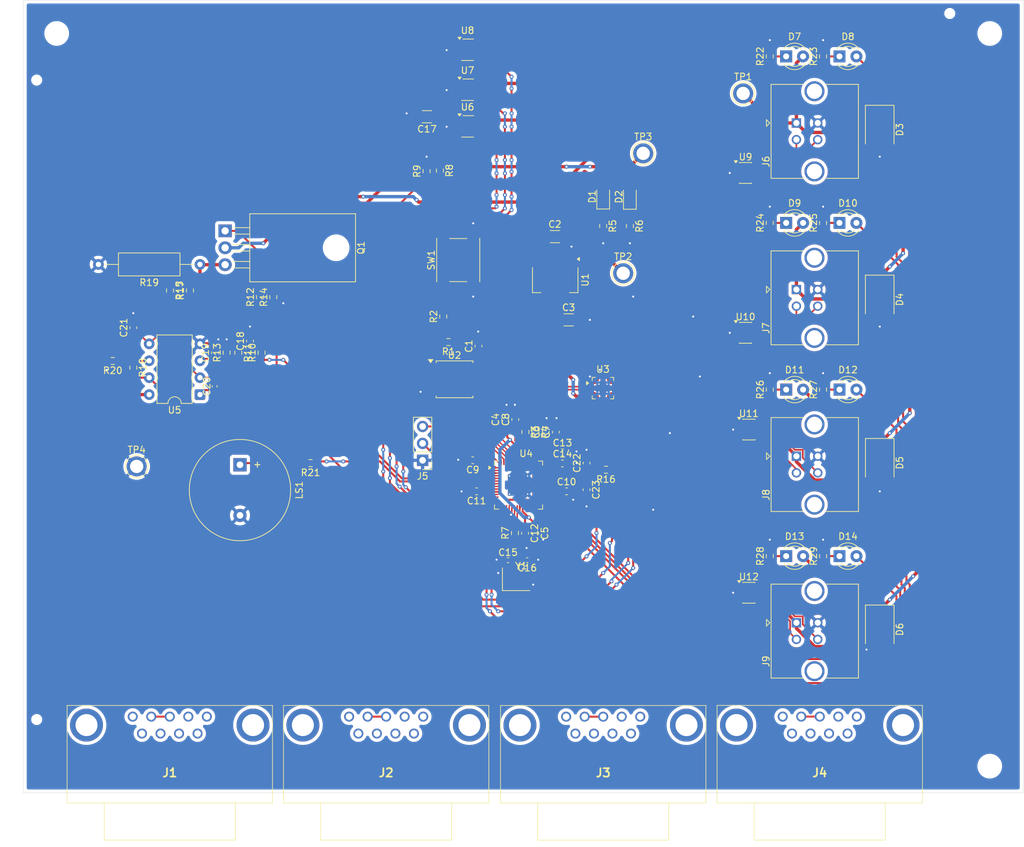
<source format=kicad_pcb>
(kicad_pcb (version 20241229) (generator "pcbnew") (generator_version "9.0")
  (layers (0 "F.Cu" signal) (2 "B.Cu" signal) (13 "F.Paste" user) (15 "B.Paste" user) (5 "F.SilkS" user "F.Silkscreen") (7 "B.SilkS" user "B.Silkscreen") (1 "F.Mask" user) (3 "B.Mask" user) (25 "Edge.Cuts" user))
  (net 0 "")
  (net 1 "/PICO_XIN")
  (net 2 "GND")
  (net 3 "+3.3V")
  (net 4 "+1V1")
  (net 5 "/Crystal_Out")
  (net 6 "/QSPI_SCLK")
  (net 7 "/QSPI_SD1")
  (net 8 "/QSPI_SD0")
  (net 9 "/QSPI_SD2")
  (net 10 "/QSPI_SD3")
  (net 11 "/QSPI_SS")
  (net 12 "VBUS")
  (net 13 "/USBMUX_SEL0")
  (net 14 "/PICO_USB_D-")
  (net 15 "/PICO_USB_D+")
  (net 16 "/USBMUX_SEL1")
  (net 17 "VBUS_TEST")
  (net 19 "/PWM_Filt")
  (net 20 "/Amp Current+")
  (net 21 "/Amp Current Out")
  (net 22 "/Amp Current-")
  (net 23 "/Amp Gain+")
  (net 24 "/Shunt High")
  (net 25 "/FET-Gate")
  (net 26 "/PICO_CURRENT_ADC")
  (net 27 "Net-(D1-K)")
  (net 28 "Net-(D2-K)")
  (net 29 "Net-(D7-K)")
  (net 30 "Net-(D8-K)")
  (net 31 "Net-(D9-K)")
  (net 32 "Net-(D10-K)")
  (net 33 "/UART_TX")
  (net 34 "/UART_RX")
  (net 35 "Net-(LS1-Pad1)")
  (net 36 "/BOOTSEL_BTN")
  (net 37 "/PICO_XOUT")
  (net 38 "/PICO_VBUS_ADC")
  (net 39 "/PICO_LOAD_PWM")
  (net 40 "/Amp Gain Out")
  (net 41 "/Amp Gain-")
  (net 42 "/PICO_AUDIO_EN")
  (net 43 "/USB Connectors/USB1_VBUS")
  (net 44 "/USB Connectors/USB2_VBUS")
  (net 45 "/USB Connectors/USB3_VBUS")
  (net 48 "Net-(J1-Pad2)")
  (net 58 "Net-(J2-Pad2)")
  (net 61 "/USB_DP")
  (net 62 "/USB_DN")
  (net 65 "Net-(J3-Pad2)")
  (net 72 "Net-(J4-Pad2)")
  (net 81 "/USB Connectors/USB0ESD_D+")
  (net 82 "/USB Connectors/USB0ESD_D-")
  (net 85 "/USB Connectors/USB1ESD_D-")
  (net 87 "/USB Connectors/USB1ESD_D+")
  (net 88 "/USB Connectors/USB2ESD_D+")
  (net 89 "/USB Connectors/USB2ESD_D-")
  (net 92 "/USB Connectors/USB3ESD_D+")
  (net 94 "/USB Connectors/USB3ESD_D-")
  (net 96 "USB2_D-")
  (net 97 "USB3_D+")
  (net 98 "USB0_D-")
  (net 99 "USB1_D+")
  (net 100 "USB1_D-")
  (net 101 "USB3_D-")
  (net 102 "USB0_D+")
  (net 104 "USB2_D+")
  (net 114 "USB2_VBUS_EN")
  (net 120 "USB3_VBUS_EN")
  (net 123 "USB1_VBUS_EN")
  (net 126 "PICO_PORT0_TESTED")
  (net 127 "PICO_PORT1_TESTED")
  (net 128 "Net-(D11-K)")
  (net 129 "PICO_PORT2_TESTED")
  (net 130 "Net-(D12-K)")
  (net 131 "Net-(D13-K)")
  (net 132 "Net-(D14-K)")
  (net 133 "PICO_PORT3_TESTED")
  (footprint "Resistor_SMD:R_0603_1608Metric_Pad0.98x0.95mm_HandSolder" (layer "F.Cu") (at 189.995444 83.465314 90)
    (property "Reference" "R27")
    (property "Value" "390R")
  )
  (footprint "Capacitor_SMD:C_0603_1608Metric_Pad1.08x0.95mm_HandSolder" (layer "F.Cu") (at 137.421 94.078 180)
    (property "Reference" "C9")
    (property "Value" "100n")
  )
  (footprint "LED_THT:LED_D3.0mm" (layer "F.Cu") (at 192.455444 83.465314)
    (property "Reference" "D12")
    (property "Value" "GREEN")
  )
  (footprint "Fiducial:Fiducial_1mm_Mask2mm" (layer "F.Cu") (at 82 30)
    (property "Reference" "FID2" (hide yes))
    (property "Value" "Fiducial")
  )
  (footprint "Button_Switch_SMD:SW_SPST_PTS645Sx43SMTR92" (layer "F.Cu") (at 135.25 64.02 90)
    (property "Reference" "SW1")
    (property "Value" "BOOTSEL")
  )
  (footprint "Diode_SMD:D_SMB" (layer "F.Cu") (at 198.495444 119.468827 -90)
    (property "Reference" "D6")
    (property "Value" "P6SMB6.8")
  )
  (footprint "MountingHole:MountingHole_3.2mm_M3" (layer "F.Cu") (at 215 30)
    (property "Reference" "H4" (hide yes))
    (property "Value" "MountingHole")
  )
  (footprint "Capacitor_SMD:C_0603_1608Metric_Pad1.08x0.95mm_HandSolder" (layer "F.Cu") (at 154.5 98.5 -90)
    (property "Reference" "C23")
    (property "Value" "100n")
  )
  (footprint "Resistor_SMD:R_0603_1608Metric_Pad0.98x0.95mm_HandSolder" (layer "F.Cu") (at 181.990888 58.440781 90)
    (property "Reference" "R24")
    (property "Value" "220R")
  )
  (footprint "My_Library:DB9_Horizontal" (layer "F.Cu") (at 118.872824 132.562395)
    (property "Reference" "J2")
    (property "Value" "DE9_Pins" (hide yes))
  )
  (footprint "Resistor_SMD:R_0603_1608Metric_Pad0.98x0.95mm_HandSolder" (layer "F.Cu") (at 161 58.9125 -90)
    (property "Reference" "R6")
    (property "Value" "390R")
  )
  (footprint "Capacitor_SMD:C_0603_1608Metric_Pad1.08x0.95mm_HandSolder" (layer "F.Cu") (at 104 76.175 90)
    (property "Reference" "C18")
    (property "Value" "1u")
  )
  (footprint "Resistor_SMD:R_0603_1608Metric_Pad0.98x0.95mm_HandSolder" (layer "F.Cu") (at 107.5 69.5875 90)
    (property "Reference" "R14")
    (property "Value" "100k")
  )
  (footprint "Capacitor_SMD:C_0603_1608Metric_Pad1.08x0.95mm_HandSolder" (layer "F.Cu") (at 145.274 105.03 -90)
    (property "Reference" "C12")
    (property "Value" "100n")
  )
  (footprint "Diode_SMD:D_SMB" (layer "F.Cu") (at 198.495444 94.465314 -90)
    (property "Reference" "D5")
    (property "Value" "P6SMB6.8")
  )
  (footprint "Resistor_SMD:R_0603_1608Metric_Pad0.98x0.95mm_HandSolder" (layer "F.Cu") (at 132.5 50.5875 -90)
    (property "Reference" "R8")
    (property "Value" "70k")
  )
  (footprint "Diode_SMD:D_0805_2012Metric_Pad1.15x1.40mm_HandSolder" (layer "F.Cu") (at 161 54.525 90)
    (property "Reference" "D2")
    (property "Value" "GREEN")
  )
  (footprint "Resistor_SMD:R_0603_1608Metric_Pad0.98x0.95mm_HandSolder" (layer "F.Cu") (at 113.0875 94.5 180)
    (property "Reference" "R21")
    (property "Value" "100R")
  )
  (footprint "Fiducial:Fiducial_1mm_Mask2mm" (layer "F.Cu") (at 74 139)
    (property "Reference" "FID1" (hide yes))
    (property "Value" "Fiducial")
  )
  (footprint "Resistor_SMD:R_0603_1608Metric_Pad0.98x0.95mm_HandSolder" (layer "F.Cu") (at 181.995444 83.465314 90)
    (property "Reference" "R26")
    (property "Value" "220R")
  )
  (footprint "LED_THT:LED_D3.0mm" (layer "F.Cu") (at 192.450888 58.440781)
    (property "Reference" "D10")
    (property "Value" "GREEN")
  )
  (footprint "Resistor_SMD:R_0603_1608Metric_Pad0.98x0.95mm_HandSolder" (layer "F.Cu") (at 100.5 77.925 90)
    (property "Reference" "R13")
    (property "Value" "1k")
  )
  (footprint "Package_TO_SOT_SMD:SOT-23-5_HandSoldering" (layer "F.Cu") (at 136.65 32.45)
    (property "Reference" "U8")
    (property "Value" "STMPS2151")
  )
  (footprint "Resistor_SMD:R_0603_1608Metric_Pad0.98x0.95mm_HandSolder" (layer "F.Cu") (at 95 68.5875 90)
    (property "Reference" "R17")
    (property "Value" "47R")
  )
  (footprint "Resistor_SMD:R_0603_1608Metric_Pad0.98x0.95mm_HandSolder" (layer "F.Cu") (at 181.995444 108.468827 90)
    (property "Reference" "R28")
    (property "Value" "220R")
  )
  (footprint "TestPoint:TestPoint_Plated_Hole_D2.0mm" (layer "F.Cu") (at 87 95)
    (property "Reference" "TP4")
    (property "Value" "TestPoint")
  )
  (footprint "Capacitor_SMD:C_0603_1608Metric_Pad1.08x0.95mm_HandSolder" (layer "F.Cu") (at 150.886 94.552)
    (property "Reference" "C14")
    (property "Value" "100n")
  )
  (footprint "Package_SO:SOIC-8_5.3x5.3mm_P1.27mm" (layer "F.Cu") (at 134.696 81.923)
    (property "Reference" "U2")
    (property "Value" "W25Q128JVS")
  )
  (footprint "Package_DFN_QFN:QFN-16-1EP_3x3mm_P0.5mm_EP1.7x1.7mm_ThermalVias" (layer "F.Cu") (at 156.9625 83.25)
    (property "Reference" "U3")
    (property "Value" "FSUSB74MPX")
  )
  (footprint "Capacitor_SMD:C_0603_1608Metric_Pad1.08x0.95mm_HandSolder" (layer "F.Cu") (at 138 98.743 180)
    (property "Reference" "C11")
    (property "Value" "100n")
  )
  (footprint "My_Library:USB_B_Vertical" (layer "F.Cu") (at 185.990888 43.440781 90)
    (property "Reference" "J6")
    (property "Value" "USB_B PORT0")
  )
  (footprint "TestPoint:TestPoint_Plated_Hole_D2.0mm" (layer "F.Cu") (at 160 66)
    (property "Reference" "TP2")
    (property "Value" "TestPoint")
  )
  (footprint "Package_TO_SOT_SMD:SOT-23-5_HandSoldering" (layer "F.Cu") (at 136.65 43.95)
    (property "Reference" "U6")
    (property "Value" "STMPS2151")
  )
  (footprint "Resistor_SMD:R_0603_1608Metric_Pad0.98x0.95mm_HandSolder" (layer "F.Cu") (at 83.4125 79.175 180)
    (property "Reference" "R20")
    (property "Value" "10k")
  )
  (footprint "Capacitor_SMD:C_1206_3216Metric_Pad1.33x1.80mm_HandSolder" (layer "F.Cu") (at 151.8125 73)
    (property "Reference" "C3")
    (property "Value" "22u")
  )
  (footprint "Capacitor_SMD:C_0603_1608Metric_Pad1.08x0.95mm_HandSolder" (layer "F.Cu") (at 98.75 77.925 90)
    (property "Reference" "C19")
    (property "Value" "100n")
  )
  (footprint "Package_DIP:DIP-8_W7.62mm" (layer "F.Cu") (at 96.5 84.215 180)
    (property "Reference" "U5")
    (property "Value" "LM2904")
  )
  (footprint "Capacitor_SMD:C_0603_1608Metric_Pad1.08x0.95mm_HandSolder" (layer "F.Cu") (at 86.5 74.175 90)
    (property "Reference" "C21")
    (property "Value" "100n")
  )
  (footprint "LED_THT:LED_D3.0mm" (layer "F.Cu") (at 192.455444 108.468827)
    (property "Reference" "D14")
    (property "Value" "GREEN")
  )
  (footprint "LED_THT:LED_D3.0mm" (layer "F.Cu") (at 184.455444 108.468827)
    (property "Reference" "D13")
    (property "Value" "YELLOW")
  )
  (footprint "Buzzer_Beeper:Buzzer_15x7.5RM7.6" (layer "F.Cu") (at 102.5 94.75 -90)
    (property "Reference" "LS1")
    (property "Value" "ABI-001-RC")
  )
  (footprint "Resistor_SMD:R_0603_1608Metric_Pad0.98x0.95mm_HandSolder" (layer "F.Cu") (at 133.7835 76.328 180)
    (property "Reference" "R1")
    (property "Value" "DNF")
  )
  (footprint "Capacitor_SMD:C_1206_3216Metric_Pad1.33x1.80mm_HandSolder" (layer "F.Cu") (at 149.75 60.5)
    (property "Reference" "C2")
    (property "Value" "10u")
  )
  (footprint "Package_TO_SOT_THT:TO-220-3_Horizontal_TabDown" (layer "F.Cu") (at 100.27 59.635 -90)
    (property "Reference" "Q1")
    (property "Value" "IRLZ44N")
  )
  (footprint "MountingHole:ToolingHole_1.152mm" (layer "F.Cu") (at 209 27)
    (property "Reference" "H1" (hide yes))
    (property "Value" "TOOLING_HOLE")
  )
  (footprint "Capacitor_SMD:C_0603_1608Metric_Pad1.08x0.95mm_HandSolder" (layer "F.Cu") (at 146.798 105.03 -90)
    (property "Reference" "C5")
    (property "Value" "100n")
  )
  (footprint "Resistor_SMD:R_0603_1608Metric_Pad0.98x0.95mm_HandSolder" (layer "F.Cu") (at 157 58.9125 -90)
    (property "Reference" "R5")
    (property "Value" "180R")
  )
  (footprint "Capacitor_SMD:C_0603_1608Metric_Pad1.08x0.95mm_HandSolder" (layer "F.Cu") (at 154.5 94.5 90)
    (property "Reference" "C22")
    (property "Value" "100n")
  )
  (footprint "Package_DFN_QFN:QFN-56-1EP_7x7mm_P0.4mm_EP3.2x3.2mm_ThermalVias" (layer "F.Cu") (at 144.3 97.8)
    (property "Reference" "U4")
    (property "Value" "RP2040")
  )
  (footprint "Capacitor_SMD:C_0402_1005Metric_Pad0.74x0.62mm_HandSolder" (layer "F.Cu") (at 142.716 109.078)
    (property "Reference" "C15")
    (property "Value" "15p")
  )
  (footprint "Capacitor_SMD:C_1206_3216Metric_Pad1.33x1.80mm_HandSolder" (layer "F.Cu") (at 130.5625 42.5 180)
    (property "Reference" "C17")
    (property "Value" "22u")
  )
  (footprint "Package_TO_SOT_SMD:SOT-23-6" (layer "F.Cu") (at 178.857944 89.465314)
    (property "Reference" "U11")
    (property "Value" "USBLC6-2SC6")
  )
  (footprint "TestPoint:TestPoint_Plated_Hole_D2.0mm" (layer "F.Cu") (at 163 48)
    (property "Reference" "TP3")
    (property "Value" "TestPoint")
  )
  (footprint "Crystal:Crystal_SMD_Abracon_ABM8G-4Pin_3.2x2.5mm" (layer "F.Cu") (at 143.9335 111.928)
    (property "Reference" "Y1")
    (property "Value" "ABM8-272-T3")
  )
  (footprint "Fiducial:Fiducial_1mm_Mask2mm" (layer "F.Cu") (at 215 133)
    (property "Reference" "FID4" (hide yes))
    (property "Value" "Fiducial")
  )
  (footprint "Resistor_SMD:R_0603_1608Metric_Pad0.98x0.95mm_HandSolder" (layer "F.Cu") (at 133 72.5 90)
    (property "Reference" "R2")
    (property "Value" "1k")
  )
  (footprint "TestPoint:TestPoint_Plated_Hole_D2.0mm" (layer "F.Cu") (at 178 39)
    (property "Reference" "TP1")
    (property "Value" "TestPoint")
  )
  (footprint "Package_TO_SOT_SMD:SOT-23-6" (layer "F.Cu") (at 178.353388 50.940781)
    (property "Reference" "U9")
    (property "Value" "USBLC6-2SC6")
  )
  (footprint "Diode_SMD:D_0805_2012Metric_Pad1.15x1.40mm_HandSolder" (layer "F.Cu") (at 157 54.5 90)
    (property "Reference" "D1")
    (property "Value" "GREEN")
  )
  (footprint "Fiducial:Fiducial_1mm_Mask2mm" (layer "F.Cu") (at 215 37)
    (property "Reference" "FID3" (hide yes))
    (property "Value" "Fiducial")
  )
  (footprint "Resistor_SMD:R_0603_1608Metric_Pad0.98x0.95mm_HandSolder" (layer "F.Cu") (at 189.995444 108.468827 90)
    (property "Reference" "R29")
    (property "Value" "390R")
  )
  (footprint "Resistor_SMD:R_0603_1608Metric_Pad0.98x0.95mm_HandSolder" (layer "F.Cu") (at 86.5 80.175 -90)
    (property "Reference" "R18")
    (property "Value" "120k")
  )
  (footprint "Resistor_SMD:R_0603_1608Metric_Pad0.98x0.95mm_HandSolder" (layer "F.Cu") (at 143.75 105 90)
    (property "Reference" "R7")
    (property "Value" "1k")
  )
  (footprint "LED_THT:LED_D3.0mm" (layer "F.Cu") (at 184.450888 58.440781)
    (property "Reference" "D9")
    (property "Value" "YELLOW")
  )
  (footprint "My_Library:DB9_Horizontal" (layer "F.Cu") (at 86.409262 132.562395)
    (property "Reference" "J1")
    (property "Value" "DE9_Pins" (hide yes))
  )
  (footprint "My_Library:DB9_Horizontal" (layer "F.Cu") (at 151.439999 132.569999)
    (property "Reference" "J3")
    (property "Value" "DE9_Pins" (hide yes))
  )
  (footprint "My_Library:USB_B_Vertical" (layer "F.Cu") (at 185.995444 93.465314 90)
    (property "Reference" "J8")
    (property "Value" "USB_B PORT2")
  )
  (footprint "Resistor_SMD:R_0603_1608Metric_Pad0.98x0.95mm_HandSolder" (layer "F.Cu") (at 145.3245 89.8295 -90)
    (property "Reference" "R3")
    (property "Value" "27R4")
  )
  (footprint "Capacitor_SMD:C_0603_1608Metric_Pad1.08x0.95mm_HandSolder" (layer "F.Cu") (at 148.3725 89.853 90)
    (property "Reference" "C6")
    (property "Value" "1u")
  )
  (footprint "Capacitor_SMD:C_0603_1608Metric_Pad1.08x0.95mm_HandSolder" (layer "F.Cu") (at 138.2835 76.9405 90)
    (property "Reference" "C1")
    (property "Value" "100n")
  )
  (footprint "Capacitor_SMD:C_0603_1608Metric_Pad1.08x0.95mm_HandSolder" (layer "F.Cu") (at 143.8075 87.9655 90)
    (property "Reference" "C8")
    (property "Value" "100n")
  )
  (footprint "Resistor_SMD:R_0603_1608Metric_Pad0.98x0.95mm_HandSolder" (layer "F.Cu") (at 157.4125 95.5 180)
    (property "Reference" "R16")
    (property "Value" "1k")
  )
  (footprint "MountingHole:MountingHole_3.2mm_M3" (layer "F.Cu") (at 75 30)
    (property "Reference" "H2" (hide yes))
    (property "Value" "MountingHole")
  )
  (footprint "Diode_SMD:D_SMB" (layer "F.Cu") (at 198.490888 69.940781 -90)
    (property "Reference" "D4")
    (property "Value" "P6SMB6.8")
  )
  (footprint "Resistor_SMD:R_0603_1608Metric_Pad0.98x0.95mm_HandSolder" (layer "F.Cu") (at 105.5 69.5875 90)
    (property "Reference" "R12")
    (property "Value" "100R")
  )
  (footprint "Capacitor_SMD:C_0402_1005Metric_Pad0.74x0.62mm_HandSolder" (layer "F.Cu") (at 98.695 82.9725 90)
    (property "Reference" "C20")
    (property "Value" "2n2")
  )
  (footprint "Resistor_SMD:R_0603_1608Metric_Pad0.98x0.95mm_HandSolder" (layer "F.Cu") (at 146.8485 89.8295 -90)
    (property "Reference" "R4")
    (property "Value" "27R4")
  )
  (footprint "My_Library:DB9_Horizontal" (layer "F.Cu") (at 183.93588 132.557008)
    (property "Reference" "J4")
    (property "Value" "DE9_Pins" (hide yes))
  )
  (footprint "Package_TO_SOT_SMD:SOT-23-6" (layer "F.Cu") (at 178.353388 74.940781)
    (property "Reference" "U10")
    (property "Value" "USBLC6-2SC6")
  )
  (footprint "Diode_SMD:D_SMB" (layer "F.Cu") (at 198.490888 44.440781 -90)
    (property "Reference" "D3")
    (property "Value" "P6SMB6.8")
  )
  (footprint "Package_TO_SOT_SMD:SOT-223-3_TabPin2" (layer "F.Cu") (at 149.8 67 -90)
    (property "Reference" "U1")
    (property "Value" "AMS1117-3.3")
  )
  (footprint "Resistor_SMD:R_0603_1608Metric_Pad0.98x0.95mm_HandSolder" (layer "F.Cu") (at 105.75 77.925 90)
    (property "Reference" "R10")
    (property "Value" "1k")
  )
  (footprint "Resistor_SMD:R_0603_1608Metric_Pad0.98x0.95mm_HandSolder" (layer "F.Cu") (at 189.990888 58.440781 90)
    (property "Reference" "R25")
    (property "Value" "390R")
  )
  (footprint "Resistor_THT:R_Axial_DIN0309_L9.0mm_D3.2mm_P15.24mm_Horizontal" (layer "F.Cu") (at 96.5 64.675 180)
    (property "Reference" "R19")
    (property "Value" "0R51")
  )
  (footprint "Capacitor_SMD:C_0402_1005Metric_Pad0.74x0.62mm_HandSolder" (layer "F.Cu") (at 145.601 109.078 180)
    (property "Reference" "C16")
    (property "Value" "15p")
  )
  (footprint "Connector_PinHeader_2.54mm:PinHeader_1x03_P2.54mm_Vertical" (layer "F.Cu") (at 129.9 94.08 180)
    (property "Reference" "J5")
    (property "Value" "UART")
  )
  (footprint "Resistor_SMD:R_0603_1608Metric_Pad0.98x0.95mm_HandSolder" (layer "F.Cu") (at 130.5 50.675 90)
    (property "Reference" "R9")
    (property "Value" "100k")
  )
  (footprint "Package_TO_SOT_SMD:SOT-23-6" (layer "F.Cu") (at 178.857944 113.968827)
    (property "Reference" "U12")
    (property "Value" "USBLC6-2SC6")
  )
  (footprint "Capacitor_SMD:C_0603_1608Metric_Pad1.08x0.95mm_HandSolder" (layer "F.Cu") (at 149.8965 89.853 90)
    (property "Reference" "C7")
    (property "Value" "1u")
  )
  (footprint "Resistor_SMD:R_0603_1608Metric_Pad0.98x0.95mm_HandSolder" (layer "F.Cu") (at 102.25 77.925 -90)
    (property "Reference" "R11")
    (property "Value" "12k")
  )
  (footprint "Resistor_SMD:R_0603_1608Metric_Pad0.98x0.95mm_HandSolder" (layer "F.Cu") (at 92 68.5875 -90)
    (property "Reference" "R15")
    (property "Value" "1k")
  )
  (footprint "Capacitor_SMD:C_0603_1608Metric_Pad1.08x0.95mm_HandSolder" (layer "F.Cu") (at 151.5 98.743)
    (property "Reference" "C10")
    (property "Value" "100n")
  )
  (footprint "LED_THT:LED_D3.0mm" (layer "F.Cu") (at 184.450888 33.440781)
    (property "Reference" "D7")
    (property "Value" "YELLOW")
  )
  (footprint "Resistor_SMD:R_0603_1608Metric_Pad0.98x0.95mm_HandSolder" (layer "F.Cu") (at 189.990888 33.440781 90)
    (property "Reference" "R23")
    (property "Value" "390R")
  )
  (footprint "My_Library:USB_B_Vertical" (layer "F.Cu") (at 185.990888 68.440781 90)
    (property "Reference" "J7")
    (property "Value" "USB_B PORT1")
  )
  (footprint "MountingHole:ToolingHole_1.152mm" (layer "F.Cu") (at 72 133)
    (property "Reference" "H5" (hide yes))
    (property "Value" "TOOLING_HOLE")
  )
  (footprint "Resistor_SMD:R_0603_1608Metric_Pad0.98x0.95mm_HandSolder" (layer "F.Cu") (at 181.990888 33.440781 90)
    (property "Reference" "R22")
    (property "Value" "220R")
  )
  (footprint "Fiducial:Fiducial_1mm_Mask2mm" (layer "F.Cu") (at 135 105)
    (property "Reference" "FID5" (hide yes))
    (property "Value" "Fiducial")
  )
  (footprint "LED_THT:LED_D3.0mm" (layer "F.Cu") (at 192.450888 33.440781)
    (property "Reference" "D8")
    (property "Value" "GREEN")
  )
  (footprint "My_Library:USB_B_Vertical" (layer "F.Cu") (at 185.995444 118.468827 90)
    (property "Reference" "J9")
    (property "Value" "USB_B PORT3")
  )
  (footprint "MountingHole:ToolingHole_1.152mm" (layer "F.Cu") (at 72 37)
    (property "Reference" "H3" (hide yes))
    (property "Value" "TOOLING_HOLE")
  )
  (footprint "LED_THT:LED_D3.0mm" (layer "F.Cu") (at 184.455444 83.465314)
    (property "Reference" "D11")
    (property "Value" "YELLOW")
  )
  (footprint "Capacitor_SMD:C_0603_1608Metric_Pad1.08x0.95mm_HandSolder" (layer "F.Cu") (at 142.2835 87.9655 90)
    (property "Reference" "C4")
    (property "Value" "100n")
  )
  (footprint "MountingHole:MountingHole_3.2mm_M3" (layer "F.Cu") (at 215 140)
    (property "Reference" "H6" (hide yes))
    (property "Value" "MountingHole")
  )
  (footprint "Capacitor_SMD:C_0603_1608Metric_Pad1.08x0.95mm_HandSolder" (layer "F.Cu") (at 150.886 92.901)
    (property "Reference" "C13")
    (property "Value" "100n")
  )
  (footprint "Package_TO_SOT_SMD:SOT-23-5_HandSoldering" (layer "F.Cu") (at 136.65 38.45)
    (property "Reference" "U7")
    (property "Value" "STMPS2151")
  )
  (gr_rect (start 70 25) (end 220 144) (stroke (width 0.05)) (fill no) (layer "Edge.Cuts"))
  (segment (start 143.2835 109.2835) (end 143.75 109.75) (width 0.2032) (layer "F.Cu") (net 1))
  (segment (start 143.2835 108.5335) (end 143.2835 109.078) (width 0.2032) (layer "F.Cu") (net 1))
  (segment (start 143.2835 109.078) (end 143.2835 109.2835) (width 0.2032) (layer "F.Cu") (net 1))
  (segment (start 143.7 101.2375) (end 143.7 102.55) (width 0.2032) (layer "F.Cu") (net 1))
  (segment (start 142.75 108) (end 143.2835 108.5335) (width 0.2032) (layer "F.Cu") (net 1))
  (segment (start 143.7661 110.521174) (end 143.7661 111.8454) (width 0.2032) (layer "F.Cu") (net 1))
  (segment (start 143.75 109.75) (end 143.75 110.505074) (width 0.2032) (layer "F.Cu") (net 1))
  (segment (start 142.75 103.5) (end 142.75 108) (width 0.2032) (layer "F.Cu") (net 1))
  (segment (start 143.7 102.55) (end 142.75 103.5) (width 0.2032) (layer "F.Cu") (net 1))
  (segment (start 143.75 110.505074) (end 143.7661 110.521174) (width 0.2032) (layer "F.Cu") (net 1))
  (segment (start 143.7661 111.8454) (end 142.8335 112.778) (width 0.2032) (layer "F.Cu") (net 1))
  (segment (start 152.948 94.552) (end 153 94.5) (width 0.5) (layer "F.Cu") (net 2))
  (segment (start 133.55 32.45) (end 133.5 32.5) (width 0.5) (layer "F.Cu") (net 2))
  (segment (start 154.5 99.3625) (end 154.5 101) (width 0.5) (layer "F.Cu") (net 2))
  (segment (start 177.720444 89.465314) (end 176.495444 89.465314) (width 0.5) (layer "F.Cu") (net 2))
  (segment (start 107.5 70.5) (end 109 70.5) (width 0.5) (layer "F.Cu") (net 2))
  (segment (start 100.5 76.175) (end 100.5 77.0125) (width 0.5) (layer "F.Cu") (net 2))
  (segment (start 135.328 94.078) (end 135.25 94) (width 0.5) (layer "F.Cu") (net 2))
  (segment (start 198.495444 121.618827) (end 197.381173 121.618827) (width 0.5) (layer "F.Cu") (net 2))
  (segment (start 148.3725 87.8775) (end 148.5 87.75) (width 0.5) (layer "F.Cu") (net 2))
  (segment (start 198.490888 73.990888) (end 198.5 74) (width 0.5) (layer "F.Cu") (net 2))
  (segment (start 152.25 61.6875) (end 152.25 63.6) (width 0.5) (layer "F.Cu") (net 2))
  (segment (start 130.5 49.7625) (end 130.5 48.5) (width 0.5) (layer "F.Cu") (net 2))
  (segment (start 100 76.595) (end 100.2975 76.595) (width 0.5) (layer "F.Cu") (net 2))
  (segment (start 143.8075 87.103) (end 143.8075 85.8075) (width 0.5) (layer "F.Cu") (net 2))
  (segment (start 181.995444 107.556327) (end 181.995444 106.004556) (width 0.5) (layer "F.Cu") (net 2))
  (segment (start 157 59.825) (end 157 61.5) (width 0.5) (layer "F.Cu") (net 2))
  (segment (start 151.7485 92.901) (end 152.849 92.901) (width 0.5) (layer "F.Cu") (net 2))
  (segment (start 189.995444 82.552814) (end 189.995444 81.004556) (width 0.5) (layer "F.Cu") (net 2))
  (segment (start 198.490888 46.590781) (end 198.490888 48.490888) (width 0.5) (layer "F.Cu") (net 2))
  (segment (start 138.2835 76.078) (end 138.2835 74.7835) (width 0.5) (layer "F.Cu") (net 2))
  (segment (start 135.757 98.743) (end 135.75 98.75) (width 0.5) (layer "F.Cu") (net 2))
  (segment (start 198.490888 72.090781) (end 198.490888 73.990888) (width 0.5) (layer "F.Cu") (net 2))
  (segment (start 143.3 102.2) (end 143.25 102.25) (width 0.2032) (layer "F.Cu") (net 2))
  (segment (start 149.8965 88.9905) (end 149.8965 87.8535) (width 0.5) (layer "F.Cu") (net 2))
  (segment (start 181.990888 31.009112) (end 182 31) (width 0.5) (layer "F.Cu") (net 2))
  (segment (start 181.995444 81.004556) (end 182 81) (width 0.5) (layer "F.Cu") (net 2))
  (segment (start 146.472 112.778) (end 146.5 112.75) (width 0.5) (layer "F.Cu") (net 2))
  (segment (start 133.55 43.95) (end 133.5 44) (width 0.5) (layer "F.Cu") (net 2))
  (segment (start 155.5 82) (end 155 81.5) (width 0.3) (layer "F.Cu") (net 2))
  (segment (start 129.628 83.828) (end 129.6 83.8) (width 0.5) (layer "F.Cu") (net 2))
  (segment (start 146.798 105.8925) (end 147.8925 105.8925) (width 0.5) (layer "F.Cu") (net 2))
  (segment (start 177.215888 50.940781) (end 175.990888 50.940781) (width 0.5) (layer "F.Cu") (net 2))
  (segment (start 145.274 105.8925) (end 145.274 107.024) (width 0.5) (layer "F.Cu") (net 2))
  (segment (start 151.3125 60.5) (end 151.3125 60.75) (width 0.5) (layer "F.Cu") (net 2))
  (segment (start 135.3 43.95) (end 133.55 43.95) (width 0.5) (layer "F.Cu") (net 2))
  (segment (start 135.3 38.45) (end 133.55 38.45) (width 0.5) (layer "F.Cu") (net 2))
  (segment (start 177.215888 74.940781) (end 175.990888 74.940781) (width 0.5) (layer "F.Cu") (net 2))
  (segment (start 181.990888 57.528281) (end 181.990888 56.009112) (width 0.5) (layer "F.Cu") (net 2))
  (segment (start 141.328 111.078) (end 141.25 111) (width 0.5) (layer "F.Cu") (net 2))
  (segment (start 138.2835 74.7835) (end 138.25 74.75) (width 0.5) (layer "F.Cu") (net 2))
  (segment (start 142.2835 85.9665) (end 142.5 85.75) (width 0.5) (layer "F.Cu") (net 2))
  (segment (start 181.995444 82.552814) (end 181.995444 81.004556) (width 0.5) (layer "F.Cu") (net 2))
  (segment (start 155.5 82.5) (end 155.5 82) (width 0.3) (layer "F.Cu") (net 2))
  (segment (start 96.5 76.595) (end 97.33 76.595) (width 0.5) (layer "F.Cu") (net 2))
  (segment (start 147.172 109.078) (end 147.25 109) (width 0.5) (layer "F.Cu") (net 2))
  (segment (start 161 59.825) (end 161 61.5) (width 0.5) (layer "F.Cu") (net 2))
  (segment (start 141.078 109.078) (end 141 109) (width 0.5) (layer "F.Cu") (net 2))
  (segment (start 135.3 32.45) (end 133.55 32.45) (width 0.5) (layer "F.Cu") (net 2))
  (segment (start 145.274 107.024) (end 145.5 107.25) (width 0.5) (layer "F.Cu") (net 2))
  (segment (start 153.375 73) (end 155 73) (width 0.5) (layer "F.Cu") (net 2))
  (segment (start 82.5 79.175) (end 82.5 80.5) (width 0.5) (layer "F.Cu") (net 2))
  (segment (start 198.495444 98.745444) (end 198.5 98.75) (width 0.5) (layer "F.Cu") (net 2))
  (segment (start 133.55 38.45) (end 133.5 38.5) (width 0.5) (layer "F.Cu") (net 2))
  (segment (start 137.5 68) (end 137.5 69.5) (width 0.5) (layer "F.Cu") (net 2))
  (segment (start 181.990888 56.009112) (end 182 56) (width 0.5) (layer "F.Cu") (net 2))
  (segment (start 148.3725 88.9905) (end 148.3725 87.8775) (width 0.5) (layer "F.Cu") (net 2))
  (segment (start 131.1085 83.828) (end 129.628 83.828) (width 0.5) (layer "F.Cu") (net 2))
  (segment (start 189.990888 32.528281) (end 189.990888 31.009112) (width 0.5) (layer "F.Cu") (net 2))
  (segment (start 98.75 77.0625) (end 98.75 76.425) (width 0.5) (layer "F.Cu") (net 2))
  (segment (start 152.25 63.6) (end 152.1 63.75) (width 0.5) (layer "F.Cu") (net 2))
  (segment (start 181.990888 32.528281) (end 181.990888 31.009112) (width 0.5) (layer "F.Cu") (net 2))
  (segment (start 86.5 73.3125) (end 86.5 72) (width 0.5) (layer "F.Cu") (net 2))
  (segment (start 137.1375 98.743) (end 135.757 98.743) (width 0.5) (layer "F.Cu") (net 2))
  (segment (start 189.990888 31.009112) (end 190 31) (width 0.5) (layer "F.Cu") (net 2))
  (segment (start 147.8925 105.8925) (end 148 106) (width 0.5) (layer "F.Cu") (net 2))
  (segment (start 143.25 102.25) (end 143.1684 102.25) (width 0.2032) (layer "F.Cu") (net 2))
  (segment (start 154.5 93.6375) (end 154.5 92.5) (width 0.5) (layer "F.Cu") (net 2))
  (segment (start 197.381173 121.618827) (end 196.5 122.5) (width 0.5) (layer "F.Cu") (net 2))
  (segment (start 151.3125 60.75) (end 152.25 61.6875) (width 0.5) (layer "F.Cu") (net 2))
  (segment (start 189.995444 81.004556) (end 190 81) (width 0.5) (layer "F.Cu") (net 2))
  (segment (start 142.2835 87.103) (end 142.2835 85.9665) (width 0.5) (layer "F.Cu") (net 2))
  (segment (start 96.5 76.595) (end 100 76.595) (width 0.5) (layer "F.Cu") (net 2))
  (segment (start 151.7485 94.552) (end 152.948 94.552) (width 0.5) (layer "F.Cu") (net 2))
  (segment (start 152.849 92.901) (end 153 92.75) (width 0.5) (layer "F.Cu") (net 2))
  (segment (start 143.3 101.2375) (end 143.3 102.2) (width 0.2032) (layer "F.Cu") (net 2))
  (segment (start 137.5 60.04) (end 137.5 58.5) (width 0.5) (layer "F.Cu") (net 2))
  (segment (start 145.0335 112.778) (end 146.472 112.778) (width 0.5) (layer "F.Cu") (net 2))
  (segment (start 143.8075 85.8075) (end 143.75 85.75) (width 0.5) (layer "F.Cu") (net 2))
  (segment (start 100.5 75.925) (end 100.5 76.175) (width 0.5) (layer "F.Cu") (net 2))
  (segment (start 189.995444 107.556327) (end 189.995444 106.004556) (width 0.5) (layer "F.Cu") (net 2))
  (segment (start 128 42.5) (end 127.5 42) (width 0.5) (layer "F.Cu") (net 2))
  (segment (start 198.490888 48.490888) (end 198.5 48.5) (width 0.5) (layer "F.Cu") (net 2))
  (segment (start 189.990888 56.009112) (end 190 56) (width 0.5) (layer "F.Cu") (net 2))
  (segment (start 149.8965 87.8535) (end 150 87.75) (width 0.5) (layer "F.Cu") (net 2))
  (segment (start 152.1 63.75) (end 152.1 63.85) (width 0.5) (layer "F.Cu") (net 2))
  (segment (start 152.3625 98.743) (end 152.3625 99.8625) (width 0.5) (layer "F.Cu") (net 2))
  (segment (start 98.75 76.425) (end 99.25 75.925) (width 0.5) (layer "F.Cu") (net 2))
  (segment (start 136.5585 94.078) (end 135.328 94.078) (width 0.5) (layer "F.Cu") (net 2))
  (segment (start 142.8335 111.078) (end 141.328 111.078) (width 0.5) (layer "F.Cu") (net 2))
  (segment (start 198.495444 96.615314) (end 198.495444 98.745444) (width 0.5) (layer "F.Cu") (net 2))
  (segment (start 189.995444 106.004556) (end 190 106) (width 0.5) (layer "F.Cu") (net 2))
  (segment (start 100 76.595) (end 100.08 76.595) (width 0.5) (layer "F.Cu") (net 2))
  (segment (start 156.7125 81.7875) (end 156.7125 80.7125) (width 0.3) (layer "F.Cu") (net 2))
  (segment (start 100.08 76.595) (end 100.5 76.175) (width 0.5) (layer "F.Cu") (net 2))
  (segment (start 142.1485 109.078) (end 141.078 109.078) (width 0.5) (layer "F.Cu") (net 2))
  (segment (start 189.990888 57.528281) (end 189.990888 56.009112) (width 0.5) (layer "F.Cu") (net 2))
  (segment (start 146.1685 109.078) (end 147.172 109.078) (width 0.5) (layer "F.Cu") (net 2))
  (segment (start 129 42.5) (end 128 42.5) (width 0.5) (layer "F.Cu") (net 2))
  (segment (start 156.7125 80.7125) (end 156.5 80.5) (width 0.3) (layer "F.Cu") (net 2))
  (segment (start 177.720444 113.968827) (end 176.495444 113.968827) (width 0.5) (layer "F.Cu") (net 2))
  (segment (start 152.3625 99.8625) (end 152.5 100) (width 0.5) (layer "F.Cu") (net 2))
  (segment (start 104 75.3125) (end 104 74) (width 0.5) (layer "F.Cu") (net 2))
  (segment (start 181.995444 106.004556) (end 182 106) (width 0.5) (layer "F.Cu") (net 2))
  (via (at 143.1684 102.25) (size 0.6) (drill 0.3) (layers "F.Cu" "B.Cu") (net 2))
  (via (at 155 73) (size 0.6) (drill 0.3) (layers "F.Cu" "B.Cu") (net 2))
  (via (at 133.5 44) (size 0.6) (drill 0.3) (layers "F.Cu" "B.Cu") (net 2))
  (via (at 161 61.5) (size 0.6) (drill 0.3) (layers "F.Cu" "B.Cu") (net 2))
  (via (at 129.6 83.8) (size 0.6) (drill 0.3) (layers "F.Cu" "B.Cu") (net 2))
  (via (at 198.5 74) (size 0.6) (drill 0.3) (layers "F.Cu" "B.Cu") (net 2))
  (via (at 182 81) (size 0.6) (drill 0.3) (layers "F.Cu" "B.Cu") (net 2))
  (via (at 171.5 81.5) (size 0.6) (drill 0.3) (layers "F.Cu" "B.Cu") (net 2))
  (via (at 143.75 85.75) (size 0.6) (drill 0.3) (layers "F.Cu" "B.Cu") (net 2))
  (via (at 135.25 94) (size 0.6) (drill 0.3) (layers "F.Cu" "B.Cu") (net 2))
  (via (at 148.5 87.75) (size 0.6) (drill 0.3) (layers "F.Cu" "B.Cu") (net 2))
  (via (at 147.25 109) (size 0.6) (drill 0.3) (layers "F.Cu" "B.Cu") (net 2))
  (via (at 86.5 72) (size 0.6) (drill 0.3) (layers "F.Cu" "B.Cu") (net 2))
  (via (at 82.5 80.5) (size 0.6) (drill 0.3) (layers "F.Cu" "B.Cu") (net 2))
  (via (at 152.25 62) (size 0.6) (drill 0.3) (layers "F.Cu" "B.Cu") (net 2))
  (via (at 196.5 122.5) (size 0.6) (drill 0.3) (layers "F.Cu" "B.Cu") (net 2))
  (via (at 109 70.5) (size 0.6) (drill 0.3) (layers "F.Cu" "B.Cu") (net 2))
  (via (at 175.990888 50.940781) (size 0.6) (drill 0.3) (layers "F.Cu" "B.Cu") (net 2))
  (via (at 170.5 72.5) (size 0.6) (drill 0.3) (layers "F.Cu" "B.Cu") (net 2))
  (via (at 154.5 101) (size 0.6) (drill 0.3) (layers "F.Cu" "B.Cu") (net 2))
  (via (at 138.25 74.75) (size 0.6) (drill 0.3) (layers "F.Cu" "B.Cu") (net 2))
  (via (at 182 31) (size 0.6) (drill 0.3) (layers "F.Cu" "B.Cu") (net 2))
  (via (at 176.495444 89.465314) (size 0.6) (drill 0.3) (layers "F.Cu" "B.Cu") (net 2))
  (via (at 133.5 32.5) (size 0.6) (drill 0.3) (layers "F.Cu" "B.Cu") (net 2))
  (via (at 176.495444 113.968827) (size 0.6) (drill 0.3) (layers "F.Cu" "B.Cu") (net 2))
  (via (at 141.25 111) (size 0.6) (drill 0.3) (layers "F.Cu" "B.Cu") (net 2))
  (via (at 127.5 42) (size 0.6) (drill 0.3) (layers "F.Cu" "B.Cu") (net 2))
  (via (at 190 106) (size 0.6) (drill 0.3) (layers "F.Cu" "B.Cu") (net 2))
  (via (at 104 74) (size 0.6) (drill 0.3) (layers "F.Cu" "B.Cu") (net 2))
  (via (at 154.5 92.5) (size 0.6) (drill 0.3) (layers "F.Cu" "B.Cu") (net 2))
  (via (at 146.5 112.75) (size 0.6) (drill 0.3) (layers "F.Cu" "B.Cu") (net 2))
  (via (at 175.990888 74.940781) (size 0.6) (drill 0.3) (layers "F.Cu" "B.Cu") (net 2))
  (via (at 182 106) (size 0.6) (drill 0.3) (layers "F.Cu" "B.Cu") (net 2))
  (via (at 152.5 100) (size 0.6) (drill 0.3) (layers "F.Cu" "B.Cu") (net 2))
  (via (at 157 61.5) (size 0.6) (drill 0.3) (layers "F.Cu" "B.Cu") (net 2))
  (via (at 99.25 75.925) (size 0.6) (drill 0.3) (layers "F.Cu" "B.Cu") (net 2))
  (via (at 198.5 98.75) (size 0.6) (drill 0.3) (layers "F.Cu" "B.Cu") (net 2))
  (via (at 155 81.5) (size 0.6) (drill 0.3) (layers "F.Cu" "B.Cu") (net 2))
  (via (at 130.5 48.5) (size 0.6) (drill 0.3) (layers "F.Cu" "B.Cu") (net 2))
  (via (at 137.5 69.5) (size 0.6) (drill 0.3) (layers "F.Cu" "B.Cu") (net 2))
  (via (at 100.5 75.925) (size 0.6) (drill 0.3) (layers "F.Cu" "B.Cu") (net 2))
  (via (at 145.5 107.25) (size 0.6) (drill 0.3) (layers "F.Cu" "B.Cu") (net 2))
  (via (at 182 56) (size 0.6) (drill 0.3) (layers "F.Cu" "B.Cu") (net 2))
  (via (at 161.5 69.5) (size 0.6) (drill 0.3) (layers "F.Cu" "B.Cu") (net 2))
  (via (at 150 87.75) (size 0.6) (drill 0.3) (layers "F.Cu" "B.Cu") (net 2))
  (via (at 153 94.5) (size 0.6) (drill 0.3) (layers "F.Cu" "B.Cu") (net 2))
  (via (at 190 81) (size 0.6) (drill 0.3) (layers "F.Cu" "B.Cu") (net 2))
  (via (at 164.5 101.5) (size 0.6) (drill 0.3) (layers "F.Cu" "B.Cu") (net 2))
  (via (at 167 90) (size 0.6) (drill 0.3) (layers "F.Cu" "B.Cu") (net 2))
  (via (at 137.5 58.5) (size 0.6) (drill 0.3) (layers "F.Cu" "B.Cu") (net 2))
  (via (at 156.5 80.5) (size 0.6) (drill 0.3) (layers "F.Cu" "B.Cu") (net 2))
  (via (at 190 31) (size 0.6) (drill 0.3) (layers "F.Cu" "B.Cu") (net 2))
  (via (at 141 109) (size 0.6) (drill 0.3) (layers "F.Cu" "B.Cu") (net 2))
  (via (at 148 106) (size 0.6) (drill 0.3) (layers "F.Cu" "B.Cu") (net 2))
  (via (at 198.5 48.5) (size 0.6) (drill 0.3) (layers "F.Cu" "B.Cu") (net 2))
  (via (at 153 92.75) (size 0.6) (drill 0.3) (layers "F.Cu" "B.Cu") (net 2))
  (via (at 133.5 38.5) (size 0.6) (drill 0.3) (layers "F.Cu" "B.Cu") (net 2))
  (via (at 190 56) (size 0.6) (drill 0.3) (layers "F.Cu" "B.Cu") (net 2))
  (via (at 135.75 98.75) (size 0.6) (drill 0.3) (layers "F.Cu" "B.Cu") (net 2))
  (via (at 142.5 85.75) (size 0.6) (drill 0.3) (layers "F.Cu" "B.Cu") (net 2))
  (segment (start 147.298958 98.8) (end 147.7375 98.8) (width 0.2032) (layer "F.Cu") (net 3))
  (segment (start 144.6 93.3) (end 144.6 91.9) (width 0.3) (layer "F.Cu") (net 3))
  (segment (start 139.2855 98.8) (end 139.2285 98.743) (width 0.2032) (layer "F.Cu") (net 3))
  (segment (start 139.9625 94.3) (end 138.5055 94.3) (width 0.3) (layer "F.Cu") (net 3))
  (segment (start 146.5 94.3625) (end 146.5 95.5) (width 0.2032) (layer "F.Cu") (net 3))
  (segment (start 134.696 76.328) (end 134.828 76.328) (width 0.5) (layer "F.Cu") (net 3))
  (segment (start 146.5 99.5) (end 146 100) (width 0.3) (layer "F.Cu") (net 3))
  (segment (start 157.25 64.25) (end 159 62.5) (width 0.5) (layer "F.Cu") (net 3))
  (segment (start 159 54.5) (end 157.975 53.475) (width 0.5) (layer "F.Cu") (net 3))
  (segment (start 145.23051 100) (end 144.5 100.73051) (width 0.3) (layer "F.Cu") (net 3))
  (segment (start 146.5 98.06949) (end 146.5 99.5) (width 0.3) (layer "F.Cu") (net 3))
  (segment (start 150.25 79.75) (end 152.5 82) (width 0.5) (layer "F.Cu") (net 3))
  (segment (start 149.8 70.15) (end 151.35 70.15) (width 0.5) (layer "F.Cu") (net 3))
  (segment (start 138.2835 80.018) (end 138.2835 77.803) (width 0.5) (layer "F.Cu") (net 3))
  (segment (start 146 100) (end 145.23051 100) (width 0.3) (layer "F.Cu") (net 3))
  (segment (start 152.97 84.5) (end 155 84.5) (width 0.5) (layer "F.Cu") (net 3))
  (segment (start 144.5 100.73051) (end 144.5 101.2375) (width 0.3) (layer "F.Cu") (net 3))
  (segment (start 146.5 96) (end 146.5 95.5) (width 0.3) (layer "F.Cu") (net 3))
  (segment (start 155 84.5) (end 155 85.612) (width 0.5) (layer "F.Cu") (net 3))
  (segment (start 144.5 101.2375) (end 144.5 102) (width 0.2032) (layer "F.Cu") (net 3))
  (segment (start 149.8 63.85) (end 149.8 70.15) (width 0.5) (layer "F.Cu") (net 3))
  (segment (start 144.5 102) (end 145.274 102.774) (width 0.3) (layer "F.Cu") (net 3))
  (segment (start 150.25 73) (end 150.25 79.75) (width 0.5) (layer "F.Cu") (net 3))
  (segment (start 141.36949 98.8) (end 140.8625 98.8) (width 0.3) (layer "F.Cu") (net 3))
  (segment (start 149.8 70.15) (end 149.8 72.55) (width 0.5) (layer "F.Cu") (net 3))
  (segment (start 155 85.612) (end 149.8965 90.7155) (width 0.5) (layer "F.Cu") (net 3))
  (segment (start 149.8 72.55) (end 150.25 73) (width 0.5) (layer "F.Cu") (net 3))
  (segment (start 147 95.2) (end 146.9 95.1) (width 0.3) (layer "F.Cu") (net 3))
  (segment (start 148.45 98.8) (end 148.5 98.75) (width 0.2032) (layer "F.Cu") (net 3))
  (segment (start 155 84.5) (end 155.494 84.006) (width 0.5) (layer "F.Cu") (net 3))
  (segment (start 151.35 70.15) (end 157.25 64.25) (width 0.5) (layer "F.Cu") (net 3))
  (segment (start 159 62.5) (end 159 54.5) (width 0.5) (layer "F.Cu") (net 3))
  (segment (start 158.25 64.25) (end 160 66) (width 0.5) (layer "F.Cu") (net 3))
  (segment (start 146.5 94.3625) (end 146.9 94.3625) (width 0.2032) (layer "F.Cu") (net 3))
  (segment (start 147.7375 98.8) (end 148.45 98.8) (width 0.2032) (layer "F.Cu") (net 3))
  (segment (start 147.7375 98.8) (end 147.2 98.8) (width 0.2032) (layer "F.Cu") (net 3))
  (segment (start 148.507 98.743) (end 150.6375 98.743) (width 0.3) (layer "F.Cu") (net 3))
  (segment (start 144.5 94.3625) (end 144.5 93.6) (width 0.2032) (layer "F.Cu") (net 3))
  (segment (start 138.5055 94.3) (end 138.2835 94.078) (width 0.3) (layer "F.Cu") (net 3))
  (segment (start 144.5 93.6) (end 144.7 93.4) (width 0.2032) (layer "F.Cu") (net 3))
  (segment (start 144.7 93.4) (end 144.6 93.3) (width 0.3) (layer "F.Cu") (net 3))
  (segment (start 144.6 91.9) (end 143.8075 91.1075) (width 0.3) (layer "F.Cu") (net 3))
  (segment (start 152.5 84.03) (end 152.97 84.5) (width 0.5) (layer "F.Cu") (net 3))
  (segment (start 140.8625 98.8) (end 139.2855 98.8) (width 0.2032) (layer "F.Cu") (net 3))
  (segment (start 136.303 77.803) (end 138.2835 77.803) (width 0.5) (layer "F.Cu") (net 3))
  (segment (start 146.5 96) (end 146.5 98.06949) (width 0.3) (layer "F.Cu") (net 3))
  (segment (start 144.5 100.798958) (end 144.5 101.2375) (width 0.2032) (layer "F.Cu") (net 3))
  (segment (start 144.9 93.6) (end 144.9 94.3625) (width 0.2032) (layer "F.Cu") (net 3))
  (segment (start 145.274 102.774) (end 145.274 104.1675) (width 0.3) (layer "F.Cu") (net 3))
  (segment (start 142.56949 100) (end 141.36949 98.8) (width 0.3) (layer "F.Cu") (net 3))
  (segment (start 146.5 95.5) (end 146.9 95.1) (width 0.3) (layer "F.Cu") (net 3))
  (segment (start 141.3 98.8) (end 140.8625 98.8) (width 0.2032) (layer "F.Cu") (net 3))
  (segment (start 139.2285 98.743) (end 138.8625 98.743) (width 0.2032) (layer "F.Cu") (net 3))
  (segment (start 155.494 84.006) (end 155.5 84.006) (width 0.5) (layer "F.Cu") (net 3))
  (segment (start 148.5 98.75) (end 148.507 98.743) (width 0.3) (layer "F.Cu") (net 3))
  (segment (start 147.23051 98.8) (end 147.7375 98.8) (width 0.3) (layer "F.Cu") (net 3))
  (segment (start 140.8625 95.2) (end 139.9625 94.3) (width 0.3) (layer "F.Cu") (net 3))
  (segment (start 157.25 64.25) (end 158.25 64.25) (width 0.5) (layer "F.Cu") (net 3))
  (segment (start 147.7375 95.2) (end 147 95.2) (width 0.3) (layer "F.Cu") (net 3))
  (segment (start 157.975 53.475) (end 157 53.475) (width 0.5) (layer "F.Cu") (net 3))
  (segment (start 146.9 95.1) (end 146.9 94.3625) (width 0.3) (layer "F.Cu") (net 3))
  (segment (start 146.5 98.06949) (end 147.23051 98.8) (width 0.3) (layer "F.Cu") (net 3))
  (segment (start 144.7 93.4) (end 144.9 93.6) (width 0.2032) (layer "F.Cu") (net 3))
  (segment (start 143.8075 91.1075) (end 143.8075 88.828) (width 0.3) (layer "F.Cu") (net 3))
  (segment (start 134.828 76.328) (end 136.303 77.803) (width 0.5) (layer "F.Cu") (net 3))
  (segment (start 145.23051 100) (end 142.56949 100) (width 0.3) (layer "F.Cu") (net 3))
  (via (at 152.5 82) (size 0.6) (drill 0.3) (layers "F.Cu" "B.Cu") (net 3))
  (via (at 152.5 84.03) (size 0.6) (drill 0.3) (layers "F.Cu" "B.Cu") (net 3))
  (segment (start 152.5 82) (end 152.5 84.03) (width 0.5) (layer "B.Cu") (net 3))
  (segment (start 144.1 94.3625) (end 144.1 93.6) (width 0.2032) (layer "F.Cu") (net 4))
  (segment (start 142.6 89.1445) (end 142.2835 88.828) (width 0.3) (layer "F.Cu") (net 4))
  (segment (start 144 93.5) (end 144 92) (width 0.3) (layer "F.Cu") (net 4))
  (segment (start 146.1 94.3625) (end 146.1 93.65) (width 0.2032) (layer "F.Cu") (net 4))
  (segment (start 144.9 101.2375) (end 144.9 101.74449) (width 0.2) (layer "F.Cu") (net 4))
  (segment (start 144 92) (end 142.6 90.6) (width 0.3) (layer "F.Cu") (net 4))
  (segment (start 148.3725 91.3775) (end 148.3725 90.7155) (width 0.3) (layer "F.Cu") (net 4))
  (segment (start 146.25 93.5) (end 148.3725 91.3775) (width 0.3) (layer "F.Cu") (net 4))
  (segment (start 142.6 90.6) (end 142.6 89.1445) (width 0.3) (layer "F.Cu") (net 4))
  (segment (start 144.9 101.74449) (end 146.798 103.64249) (width 0.3) (layer "F.Cu") (net 4))
  (segment (start 146.798 103.64249) (end 146.798 104.1675) (width 0.3) (layer "F.Cu") (net 4))
  (segment (start 146.1 93.65) (end 146.25 93.5) (width 0.2032) (layer "F.Cu") (net 4))
  (segment (start 144.1 93.6) (end 144 93.5) (width 0.2032) (layer "F.Cu") (net 4))
  (via (at 145.84445 102.669177) (size 0.6) (drill 0.3) (layers "F.Cu" "B.Cu") (net 4))
  (via (at 143 91) (size 0.6) (drill 0.3) (layers "F.Cu" "B.Cu") (net 4))
  (segment (start 143 91) (end 141.5 92.5) (width 0.5) (layer "B.Cu") (net 4))
  (segment (start 145.169177 102.669177) (end 145.84445 102.669177) (width 0.5) (layer "B.Cu") (net 4))
  (segment (start 141.5 99) (end 145.169177 102.669177) (width 0.5) (layer "B.Cu") (net 4))
  (segment (start 141.5 92.5) (end 141.5 99) (width 0.5) (layer "B.Cu") (net 4))
  (segment (start 143.75 107.5) (end 145.0335 108.7835) (width 0.3) (layer "F.Cu") (net 5))
  (segment (start 143.75 105.9125) (end 143.75 107.5) (width 0.3) (layer "F.Cu") (net 5))
  (segment (start 145.0335 108.7835) (end 145.0335 111.078) (width 0.3) (layer "F.Cu") (net 5))
  (segment (start 143.3 93.813708) (end 143.2832 93.796908) (width 0.2032) (layer "F.Cu") (net 6))
  (segment (start 143.2832 93.1832) (end 140.9 90.8) (width 0.2032) (layer "F.Cu") (net 6))
  (segment (start 143.3 94.3625) (end 143.3 93.813708) (width 0.2032) (layer "F.Cu") (net 6))
  (segment (start 143.2832 93.796908) (end 143.2832 93.1832) (width 0.2032) (layer "F.Cu") (net 6))
  (segment (start 140.9 90.8) (end 140.9 83.9) (width 0.2032) (layer "F.Cu") (net 6))
  (segment (start 140.9 83.9) (end 139.558 82.558) (width 0.2032) (layer "F.Cu") (net 6))
  (segment (start 139.558 82.558) (end 138.2835 82.558) (width 0.2032) (layer "F.Cu") (net 6))
  (segment (start 129.8 85.5) (end 129 84.7) (width 0.2032) (layer "F.Cu") (net 7))
  (segment (start 142.1 93.923958) (end 133.676042 85.5) (width 0.2032) (layer "F.Cu") (net 7))
  (segment (start 142.1 94.3625) (end 142.1 93.923958) (width 0.2032) (layer "F.Cu") (net 7))
  (segment (start 130.296001 81.288) (end 131.1085 81.288) (width 0.2032) (layer "F.Cu") (net 7))
  (segment (start 133.676042 85.5) (end 129.8 85.5) (width 0.2032) (layer "F.Cu") (net 7))
  (segment (start 129 82.584001) (end 130.296001 81.288) (width 0.2032) (layer "F.Cu") (net 7))
  (segment (start 129 84.7) (end 129 82.584001) (width 0.2032) (layer "F.Cu") (net 7))
  (segment (start 142.9 93.4) (end 140.3 90.8) (width 0.2032) (layer "F.Cu") (net 8))
  (segment (start 140.3 84.6) (end 139.528 83.828) (width 0.2032) (layer "F.Cu") (net 8))
  (segment (start 139.528 83.828) (end 138.2835 83.828) (width 0.2032) (layer "F.Cu") (net 8))
  (segment (start 140.3 90.8) (end 140.3 84.6) (width 0.2032) (layer "F.Cu") (net 8))
  (segment (start 142.9 94.3625) (end 142.9 93.4) (width 0.2032) (layer "F.Cu") (net 8))
  (segment (start 131.41274 82.558) (end 131.1085 82.558) (width 0.2032) (layer "F.Cu") (net 9))
  (segment (start 142.5 94.3625) (end 142.5 93.64526) (width 0.2032) (layer "F.Cu") (net 9))
  (segment (start 131.558 82.558) (end 131.1085 82.558) (width 0.2032) (layer "F.Cu") (net 9))
  (segment (start 142.5 93.64526) (end 131.41274 82.558) (width 0.2032) (layer "F.Cu") (net 9))
  (segment (start 143.6174 93.658478) (end 143.6174 92.7174) (width 0.2032) (layer "F.Cu") (net 10))
  (segment (start 141.3 90.4) (end 141.3 83) (width 0.2032) (layer "F.Cu") (net 10))
  (segment (start 143.7 93.741078) (end 143.6174 93.658478) (width 0.2032) (layer "F.Cu") (net 10))
  (segment (start 143.7 94.3625) (end 143.7 93.741078) (width 0.2032) (layer "F.Cu") (net 10))
  (segment (start 141.3 83) (end 139.588 81.288) (width 0.2032) (layer "F.Cu") (net 10))
  (segment (start 143.6174 92.7174) (end 141.3 90.4) (width 0.2032) (layer "F.Cu") (net 10))
  (segment (start 139.588 81.288) (end 138.2835 81.288) (width 0.2032) (layer "F.Cu") (net 10))
  (segment (start 133.2 86.3) (end 129.6 86.3) (width 0.2032) (layer "F.Cu") (net 11))
  (segment (start 133 76.199) (end 132.871 76.328) (width 0.3) (layer "F.Cu") (net 11))
  (segment (start 130.296001 80.018) (end 131.1085 80.018) (width 0.2032) (layer "F.Cu") (net 11))
  (segment (start 128.4 81.914001) (end 130.296001 80.018) (width 0.2032) (layer "F.Cu") (net 11))
  (segment (start 128.4 85.1) (end 128.4 81.914001) (width 0.2032) (layer "F.Cu") (net 11))
  (segment (start 129.6 86.3) (end 128.4 85.1) (width 0.2032) (layer "F.Cu") (net 11))
  (segment (start 131.5 77.699) (end 131.5 79.6265) (width 0.3) (layer "F.Cu") (net 11))
  (segment (start 141.7 94.3625) (end 141.2625 94.3625) (width 0.2032) (layer "F.Cu") (net 11))
  (segment (start 133 73.4125) (end 133 76.199) (width 0.3) (layer "F.Cu") (net 11))
  (segment (start 131.5 79.6265) (end 131.1085 80.018) (width 0.3) (layer "F.Cu") (net 11))
  (segment (start 141.2625 94.3625) (end 133.2 86.3) (width 0.2032) (layer "F.Cu") (net 11))
  (segment (start 132.871 76.328) (end 131.5 77.699) (width 0.3) (layer "F.Cu") (net 11))
  (segment (start 148.1875 55.3125) (end 148.1875 60.5) (width 0.5) (layer "F.Cu") (net 12))
  (segment (start 185.990888 43.440781) (end 185.990888 34.440781) (width 0.5) (layer "F.Cu") (net 12))
  (segment (start 195.921888 44.859781) (end 198.490888 42.290781) (width 0.5) (layer "F.Cu") (net 12))
  (segment (start 100 54.5) (end 80.5 74) (width 0.5) (layer "F.Cu") (net 12))
  (segment (start 121 54.5) (end 100 54.5) (width 0.5) (layer "F.Cu") (net 12))
  (segment (start 185.990888 43.440781) (end 181 43.440781) (width 0.5) (layer "F.Cu") (net 12))
  (segment (start 147.5 61.4375) (end 148.1875 60.75) (width 0.5) (layer "F.Cu") (net 12))
  (segment (start 80.5 82.5) (end 82.215 84.215) (width 0.5) (layer "F.Cu") (net 12))
  (segment (start 82.215 84.215) (end 88.88 84.215) (width 0.5) (layer "F.Cu") (net 12))
  (segment (start 181 43.440781) (end 160.059219 43.440781) (width 0.5) (layer "F.Cu") (net 12))
  (segment (start 80.5 74) (end 80.5 82.5) (width 0.5) (layer "F.Cu") (net 12))
  (segment (start 181 43.440781) (end 181 42) (width 0.5) (layer "F.Cu") (net 12))
  (segment (start 185.990888 43.440781) (end 187.490888 44.940781) (width 0.5) (layer "F.Cu") (net 12))
  (segment (start 148.1875 55.3125) (end 129.3125 55.3125) (width 0.5) (layer "F.Cu") (net 12))
  (segment (start 187.490888 46.440781) (end 182.990888 50.940781) (width 0.5) (layer "F.Cu") (net 12))
  (segment (start 187.490888 44.940781) (end 187.490888 46.440781) (width 0.5) (layer "F.Cu") (net 12))
  (segment (start 129.3125 55.3125) (end 129 55) (width 0.5) (layer "F.Cu") (net 12))
  (segment (start 148.1875 60.75) (end 148.1875 60.5) (width 0.5) (layer "F.Cu") (net 12))
  (segment (start 147.5 63.85) (end 147.5 61.4375) (width 0.5) (layer "F.Cu") (net 12))
  (segment (start 182.990888 50.940781) (end 179.490888 50.940781) (width 0.5) (layer "F.Cu") (net 12))
  (segment (start 181 42) (end 178 39) (width 0.5) (layer "F.Cu") (net 12))
  (segment (start 187.490888 44.940781) (end 187.571888 44.859781) (width 0.5) (layer "F.Cu") (net 12))
  (segment (start 185.990888 34.440781) (end 186.990888 33.440781) (width 0.5) (layer "F.Cu") (net 12))
  (segment (start 187.571888 44.859781) (end 195.921888 44.859781) (width 0.5) (layer "F.Cu") (net 12))
  (segment (start 160.059219 43.440781) (end 148.1875 55.3125) (width 0.5) (layer "F.Cu") (net 12))
  (via (at 121 54.5) (size 0.6) (drill 0.3) (layers "F.Cu" "B.Cu") (net 12))
  (via (at 129 55) (size 0.6) (drill 0.3) (layers "F.Cu" "B.Cu") (net 12))
  (segment (start 128.5 54.5) (end 121 54.5) (width 0.5) (layer "B.Cu") (net 12))
  (segment (start 129 55) (end 128.5 54.5) (width 0.5) (layer "B.Cu") (net 12))
  (segment (start 161.5 94.75) (end 156.7125 89.9625) (width 0.3) (layer "F.Cu") (net 13))
  (segment (start 142.1 101.9) (end 139.5 104.5) (width 0.3) (layer "F.Cu") (net 13))
  (segment (start 156.7125 89.9625) (end 156.7125 84.7125) (width 0.3) (layer "F.Cu") (net 13))
  (segment (start 141.5 117.75) (end 154 117.75) (width 0.3) (layer "F.Cu") (net 13))
  (segment (start 140 116.75) (end 141 117.75) (width 0.3) (layer "F.Cu") (net 13))
  (segment (start 154 117.75) (end 159 112.75) (width 0.3) (layer "F.Cu") (net 13))
  (segment (start 141 117.75) (end 141.5 117.75) (width 0.3) (layer "F.Cu") (net 13))
  (segment (start 161.5 110.25) (end 161.5 94.75) (width 0.3) (layer "F.Cu") (net 13))
  (segment (start 139.5 104.5) (end 139.5 114.25) (width 0.3) (layer "F.Cu") (net 13))
  (segment (start 142.1 101.2375) (end 142.1 101.9) (width 0.3) (layer "F.Cu") (net 13))
  (via (at 161.5 110.25) (size 0.6) (drill 0.3) (layers "F.Cu" "B.Cu") (net 13))
  (via (at 159 112.75) (size 0.6) (drill 0.3) (layers "F.Cu" "B.Cu") (net 13))
  (via (at 139.5 114.25) (size 0.6) (drill 0.3) (layers "F.Cu" "B.Cu") (net 13))
  (via (at 140 116.75) (size 0.6) (drill 0.3) (layers "F.Cu" "B.Cu") (net 13))
  (segment (start 159 112.75) (end 161.5 110.25) (width 0.3) (layer "B.Cu") (net 13))
  (segment (start 139.5 116.25) (end 140 116.75) (width 0.3) (layer "B.Cu") (net 13))
  (segment (start 139.5 114.25) (end 139.5 116.25) (width 0.3) (layer "B.Cu") (net 13))
  (segment (start 146.3115 87.756698) (end 150.593198 83.475) (width 0.25) (layer "F.Cu") (net 14))
  (segment (start 146.3115 88.3675) (end 146.3115 87.756698) (width 0.25) (layer "F.Cu") (net 14))
  (segment (start 154.881249 83.5) (end 154.856249 83.475) (width 0.25) (layer "F.Cu") (net 14))
  (segment (start 155.5 83.5) (end 154.881249 83.5) (width 0.25) (layer "F.Cu") (net 14))
  (segment (start 146.8485 88.9045) (end 146.3115 88.3675) (width 0.25) (layer "F.Cu") (net 14))
  (segment (start 146.8485 88.917) (end 146.8485 88.9045) (width 0.25) (layer "F.Cu") (net 14))
  (segment (start 150.593198 83.475) (end 154.856249 83.475) (width 0.25) (layer "F.Cu") (net 14))
  (segment (start 145.3245 88.917) (end 145.3245 88.9045) (width 0.25) (layer "F.Cu") (net 15))
  (segment (start 154.881249 83) (end 154.856249 83.025) (width 0.25) (layer "F.Cu") (net 15))
  (segment (start 145.8615 88.3675) (end 145.8615 87.570302) (width 0.25) (layer "F.Cu") (net 15))
  (segment (start 145.8615 87.570302) (end 150.406802 83.025) (width 0.25) (layer "F.Cu") (net 15))
  (segment (start 150.406802 83.025) (end 154.856249 83.025) (width 0.25) (layer "F.Cu") (net 15))
  (segment (start 145.3245 88.9045) (end 145.8615 88.3675) (width 0.25) (layer "F.Cu") (net 15))
  (segment (start 155.5 83) (end 154.881249 83) (width 0.25) (layer "F.Cu") (net 15))
  (segment (start 140.25 104.75) (end 140.25 114.25) (width 0.3) (layer "F.Cu") (net 16))
  (segment (start 156.2125 90.4625) (end 156.2125 84.7125) (width 0.3) (layer "F.Cu") (net 16))
  (segment (start 153.75 116.75) (end 158.25 112.25) (width 0.3) (layer "F.Cu") (net 16))
  (segment (start 142.5 102.5) (end 140.25 104.75) (width 0.3) (layer "F.Cu") (net 16))
  (segment (start 141.25 116.75) (end 153.75 116.75) (width 0.3) (layer "F.Cu") (net 16))
  (segment (start 142.5 101.2375) (end 142.5 102.5) (width 0.2032) (layer "F.Cu") (net 16))
  (segment (start 160.75 95) (end 156.2125 90.4625) (width 0.3) (layer "F.Cu") (net 16))
  (segment (start 160.75 109.5) (end 160.75 95) (width 0.3) (layer "F.Cu") (net 16))
  (via (at 141.25 116.75) (size 0.6) (drill 0.3) (layers "F.Cu" "B.Cu") (net 16))
  (via (at 140.25 114.25) (size 0.6) (drill 0.3) (layers "F.Cu" "B.Cu") (net 16))
  (via (at 160.75 109.5) (size 0.6) (drill 0.3) (layers "F.Cu" "B.Cu") (net 16))
  (via (at 158.25 112.25) (size 0.6) (drill 0.3) (layers "F.Cu" "B.Cu") (net 16))
  (segment (start 140.25 114.25) (end 140.25 115.75) (width 0.3) (layer "B.Cu") (net 16))
  (segment (start 158.25 112) (end 160.75 109.5) (width 0.3) (layer "B.Cu") (net 16))
  (segment (start 140.25 115.75) (end 141.25 116.75) (width 0.3) (layer "B.Cu") (net 16))
  (segment (start 158.25 112.25) (end 158.25 112) (width 0.3) (layer "B.Cu") (net 16))
  (segment (start 100.445 62) (end 100.27 62.175) (width 0.5) (layer "F.Cu") (net 17))
  (segment (start 132.65 37.95) (end 133.1 37.5) (width 0.5) (layer "F.Cu") (net 17))
  (segment (start 157.5 50) (end 158.25 50.75) (width 0.5) (layer "F.Cu") (net 17))
  (segment (start 132.65 43.45) (end 132.65 44.35) (width 0.5) (layer "F.Cu") (net 17))
  (segment (start 132.65 44.35) (end 121.5 55.5) (width 0.5) (layer "F.Cu") (net 17))
  (segment (start 160.25 50.75) (end 163 48) (width 0.5) (layer "F.Cu") (net 17))
  (segment (start 133.1 37.5) (end 135.3 37.5) (width 0.5) (layer "F.Cu") (net 17))
  (segment (start 132.5 45) (end 132.5 49.675) (width 0.5) (layer "F.Cu") (net 17))
  (segment (start 158.25 50.75) (end 160.25 50.75) (width 0.5) (layer "F.Cu") (net 17))
  (segment (start 132.65 31.95) (end 132.65 37.95) (width 0.5) (layer "F.Cu") (net 17))
  (segment (start 132.65 43.45) (end 132.65 37.95) (width 0.5) (layer "F.Cu") (net 17))
  (segment (start 132.65 44.35) (end 132.5 44.5) (width 0.5) (layer "F.Cu") (net 17))
  (segment (start 135.3 43) (end 133.1 43) (width 0.5) (layer "F.Cu") (net 17))
  (segment (start 132.5 44.5) (end 132.5 45) (width 0.5) (layer "F.Cu") (net 17))
  (segment (start 133.1 31.5) (end 132.65 31.95) (width 0.5) (layer "F.Cu") (net 17))
  (segment (start 155 50) (end 157.5 50) (width 0.5) (layer "F.Cu") (net 17))
  (segment (start 137.5 50) (end 151.5 50) (width 0.5) (layer "F.Cu") (net 17))
  (segment (start 132.5 45) (end 137.5 50) (width 0.5) (layer "F.Cu") (net 17))
  (segment (start 134.2 37.5) (end 135.3 37.5) (width 0.5) (layer "F.Cu") (net 17))
  (segment (start 158.25 50.75) (end 161 53.5) (width 0.5) (layer "F.Cu") (net 17))
  (segment (start 135.3 31.5) (end 133.1 31.5) (width 0.5) (layer "F.Cu") (net 17))
  (segment (start 121.5 55.5) (end 112 55.5) (width 0.5) (layer "F.Cu") (net 17))
  (segment (start 133.1 43) (end 132.65 43.45) (width 0.5) (layer "F.Cu") (net 17))
  (segment (start 112 55.5) (end 106 61.5) (width 0.5) (layer "F.Cu") (net 17))
  (via (at 155 50) (size 0.6) (drill 0.3) (layers "F.Cu" "B.Cu") (net 17))
  (via (at 151.5 50) (size 0.6) (drill 0.3) (layers "F.Cu" "B.Cu") (net 17))
  (via (at 106 61.5) (size 0.6) (drill 0.3) (layers "F.Cu" "B.Cu") (net 17))
  (segment (start 106 61.5) (end 103 61.5) (width 0.5) (layer "B.Cu") (net 17))
  (segment (start 103 61.5) (end 102.325 62.175) (width 0.5) (layer "B.Cu") (net 17))
  (segment (start 102.325 62.175) (end 100.27 62.175) (width 0.5) (layer "B.Cu") (net 17))
  (segment (start 151.5 50) (end 155 50) (width 0.5) (layer "B.Cu") (net 17))
  (segment (start 102.275 77.0375) (end 102.25 77.0125) (width 0.3) (layer "F.Cu") (net 19))
  (segment (start 104 77.0375) (end 102.275 77.0375) (width 0.3) (layer "F.Cu") (net 19))
  (segment (start 105.75 77.0125) (end 104.025 77.0125) (width 0.3) (layer "F.Cu") (net 19))
  (segment (start 104.025 77.0125) (end 104 77.0375) (width 0.3) (layer "F.Cu") (net 19))
  (segment (start 102.25 78.8375) (end 96.7975 78.8375) (width 0.25) (layer "F.Cu") (net 20))
  (segment (start 96.7975 78.8375) (end 96.5 79.135) (width 0.25) (layer "F.Cu") (net 20))
  (segment (start 108 80.5) (end 108 73) (width 0.3) (layer "F.Cu") (net 21))
  (segment (start 104.96 83.54) (end 108 80.5) (width 0.3) (layer "F.Cu") (net 21))
  (segment (start 98.695 83.54) (end 104.96 83.54) (width 0.3) (layer "F.Cu") (net 21))
  (segment (start 97.175 83.54) (end 96.5 84.215) (width 0.3) (layer "F.Cu") (net 21))
  (segment (start 98.695 83.54) (end 97.175 83.54) (width 0.3) (layer "F.Cu") (net 21))
  (segment (start 108 73) (end 105.5 70.5) (width 0.3) (layer "F.Cu") (net 21))
  (segment (start 94.5 70) (end 94.5 79.675) (width 0.25) (layer "F.Cu") (net 22))
  (segment (start 95 69.5) (end 94.5 70) (width 0.25) (layer "F.Cu") (net 22))
  (segment (start 97.965 81.675) (end 98.695 82.405) (width 0.25) (layer "F.Cu") (net 22))
  (segment (start 94.5 79.675) (end 96.5 81.675) (width 0.25) (layer "F.Cu") (net 22))
  (segment (start 96.5 81.675) (end 97.965 81.675) (width 0.25) (layer "F.Cu") (net 22))
  (segment (start 92 73.475) (end 88.88 76.595) (width 0.25) (layer "F.Cu") (net 23))
  (segment (start 88.88 76.595) (end 87.3225 75.0375) (width 0.25) (layer "F.Cu") (net 23))
  (segment (start 87.3225 75.0375) (end 86.5 75.0375) (width 0.25) (layer "F.Cu") (net 23))
  (segment (start 92 69.5) (end 92 73.475) (width 0.25) (layer "F.Cu") (net 23))
  (segment (start 96.5 64.675) (end 96.5 66.175) (width 0.5) (layer "F.Cu") (net 24))
  (segment (start 96.54 64.715) (end 96.5 64.675) (width 0.5) (layer "F.Cu") (net 24))
  (segment (start 96.5 66.175) (end 95 67.675) (width 0.5) (layer "F.Cu") (net 24))
  (segment (start 95 67.675) (end 92 67.675) (width 0.5) (layer "F.Cu") (net 24))
  (segment (start 100.27 64.715) (end 96.54 64.715) (width 0.5) (layer "F.Cu") (net 24))
  (segment (start 107.5 68.675) (end 105.5 68.675) (width 0.3) (layer "F.Cu") (net 25))
  (segment (start 102.135 59.635) (end 100.27 59.635) (width 0.3) (layer "F.Cu") (net 25))
  (segment (start 105.5 68.675) (end 105.5 63) (width 0.3) (layer "F.Cu") (net 25))
  (segment (start 105.5 63) (end 102.135 59.635) (width 0.3) (layer "F.Cu") (net 25))
  (segment (start 156.3625 95.3625) (end 156.5 95.5) (width 0.3) (layer "F.Cu") (net 26))
  (segment (start 149 96) (end 153.8625 96) (width 0.3) (layer "F.Cu") (net 26))
  (segment (start 148.6 96.4) (end 149 96) (width 0.2032) (layer "F.Cu") (net 26))
  (segment (start 154.5 95.3625) (end 156.3625 95.3625) (width 0.3) (layer "F.Cu") (net 26))
  (segment (start 153.8625 96) (end 154.5 95.3625) (width 0.3) (layer "F.Cu") (net 26))
  (segment (start 147.7375 96.4) (end 148.6 96.4) (width 0.2032) (layer "F.Cu") (net 26))
  (segment (start 157 55.525) (end 157 58) (width 0.3) (layer "F.Cu") (net 27))
  (segment (start 161 55.55) (end 161 58) (width 0.3) (layer "F.Cu") (net 28))
  (segment (start 184.450888 33.440781) (end 182.903388 33.440781) (width 0.3) (layer "F.Cu") (net 29))
  (segment (start 182.903388 33.440781) (end 181.990888 34.353281) (width 0.3) (layer "F.Cu") (net 29))
  (segment (start 190.903388 33.440781) (end 189.990888 34.353281) (width 0.3) (layer "F.Cu") (net 30))
  (segment (start 192.450888 33.440781) (end 190.903388 33.440781) (width 0.3) (layer "F.Cu") (net 30))
  (segment (start 184.450888 58.440781) (end 182.903388 58.440781) (width 0.3) (layer "F.Cu") (net 31))
  (segment (start 182.903388 58.440781) (end 181.990888 59.353281) (width 0.3) (layer "F.Cu") (net 31))
  (segment (start 192.450888 58.440781) (end 190.903388 58.440781) (width 0.3) (layer "F.Cu") (net 32))
  (segment (start 190.903388 58.440781) (end 189.990888 59.353281) (width 0.3) (layer "F.Cu") (net 32))
  (segment (start 133.7 91) (end 131.7 89) (width 0.3) (layer "F.Cu") (net 33))
  (segment (start 140.8625 95.6) (end 139.7 95.6) (width 0.2032) (layer "F.Cu") (net 33))
  (segment (start 131.7 89) (end 129.9 89) (width 0.3) (layer "F.Cu") (net 33))
  (segment (start 129.9 89.6) (end 129.9 89) (width 0.3) (layer "F.Cu") (net 33))
  (segment (start 139.7 95.6) (end 135.5 95.6) (width 0.3) (layer "F.Cu") (net 33))
  (segment (start 133.7 93.8) (end 133.7 91) (width 0.3) (layer "F.Cu") (net 33))
  (segment (start 135.5 95.6) (end 133.7 93.8) (width 0.3) (layer "F.Cu") (net 33))
  (segment (start 140.8625 96) (end 139.909526 96) (width 0.3) (layer "F.Cu") (net 34))
  (segment (start 139.909526 96) (end 139.709526 96.2) (width 0.3) (layer "F.Cu") (net 34))
  (segment (start 139.709526 96.2) (end 134.56 96.2) (width 0.3) (layer "F.Cu") (net 34))
  (segment (start 134.56 96.2) (end 129.9 91.54) (width 0.3) (layer "F.Cu") (net 34))
  (segment (start 102.75 94.5) (end 102.5 94.75) (width 0.3) (layer "F.Cu") (net 35))
  (segment (start 112.175 94.5) (end 102.75 94.5) (width 0.3) (layer "F.Cu") (net 35))
  (segment (start 133 60.04) (end 133 68) (width 0.3) (layer "F.Cu") (net 36))
  (segment (start 133 68) (end 133 71.5875) (width 0.3) (layer "F.Cu") (net 36))
  (segment (start 144.1 103.7375) (end 143.75 104.0875) (width 0.2032) (layer "F.Cu") (net 37))
  (segment (start 144.1 101.2375) (end 144.1 103.7375) (width 0.2032) (layer "F.Cu") (net 37))
  (segment (start 154.3625 97.5) (end 154.5 97.6375) (width 0.3) (layer "F.Cu") (net 38))
  (segment (start 147.7375 96.8) (end 148.3 96.8) (width 0.2032) (layer "F.Cu") (net 38))
  (segment (start 124 95.75) (end 124 100) (width 0.3) (layer "F.Cu") (net 38))
  (segment (start 124 92.5) (end 124 58.0875) (width 0.3) (layer "F.Cu") (net 38))
  (segment (start 132.5 51.5) (end 130.5875 51.5) (width 0.3) (layer "F.Cu") (net 38))
  (segment (start 124 58.0875) (end 130.5 51.5875) (width 0.3) (layer "F.Cu") (net 38))
  (segment (start 130.5875 51.5) (end 130.5 51.5875) (width 0.3) (layer "F.Cu") (net 38))
  (segment (start 124 100) (end 139 115) (width 0.3) (layer "F.Cu") (net 38))
  (segment (start 148.3 96.8) (end 149 97.5) (width 0.2032) (layer "F.Cu") (net 38))
  (segment (start 148 115) (end 154.5 108.5) (width 0.3) (layer "F.Cu") (net 38))
  (segment (start 139 115) (end 148 115) (width 0.3) (layer "F.Cu") (net 38))
  (segment (start 156 99.1375) (end 156 105) (width 0.3) (layer "F.Cu") (net 38))
  (segment (start 154.5 97.6375) (end 156 99.1375) (width 0.3) (layer "F.Cu") (net 38))
  (segment (start 149 97.5) (end 154.3625 97.5) (width 0.3) (layer "F.Cu") (net 38))
  (via (at 124 92.5) (size 0.6) (drill 0.3) (layers "F.Cu" "B.Cu") (net 38))
  (via (at 156 105) (size 0.6) (drill 0.3) (layers "F.Cu" "B.Cu") (net 38))
  (via (at 124 95.75) (size 0.6) (drill 0.3) (layers "F.Cu" "B.Cu") (net 38))
  (via (at 154.5 108.5) (size 0.6) (drill 0.3) (layers "F.Cu" "B.Cu") (net 38))
  (segment (start 156 107) (end 154.5 108.5) (width 0.3) (layer "B.Cu") (net 38))
  (segment (start 156 105) (end 156 107) (width 0.3) (layer "B.Cu") (net 38))
  (segment (start 124 95.75) (end 124 92.5) (width 0.3) (layer "B.Cu") (net 38))
  (segment (start 140.8625 96.8) (end 126.8 96.8) (width 0.3) (layer "F.Cu") (net 39))
  (segment (start 106.92 79) (end 105.9125 79) (width 0.3) (layer "F.Cu") (net 39))
  (segment (start 126.8 96.8) (end 109 79) (width 0.3) (layer "F.Cu") (net 39))
  (segment (start 105.9125 79) (end 105.75 78.8375) (width 0.3) (layer "F.Cu") (net 39))
  (via (at 106.92 79) (size 0.6) (drill 0.3) (layers "F.Cu" "B.Cu") (net 39))
  (via (at 109 79) (size 0.6) (drill 0.3) (layers "F.Cu" "B.Cu") (net 39))
  (segment (start 109 79) (end 106.92 79) (width 0.3) (layer "B.Cu") (net 39))
  (segment (start 87.0875 81.675) (end 86.5 81.0875) (width 0.3) (layer "F.Cu") (net 40))
  (segment (start 93.705 86.5) (end 88.88 81.675) (width 0.3) (layer "F.Cu") (net 40))
  (segment (start 157 111) (end 152 116) (width 0.3) (layer "F.Cu") (net 40))
  (segment (start 158.325 95.5) (end 158.325 106.175) (width 0.3) (layer "F.Cu") (net 40))
  (segment (start 88.88 81.675) (end 87.0875 81.675) (width 0.3) (layer "F.Cu") (net 40))
  (segment (start 138.5 116) (end 109 86.5) (width 0.3) (layer "F.Cu") (net 40))
  (segment (start 109 86.5) (end 93.705 86.5) (width 0.3) (layer "F.Cu") (net 40))
  (segment (start 152 116) (end 138.5 116) (width 0.3) (layer "F.Cu") (net 40))
  (segment (start 158.325 106.175) (end 158 106.5) (width 0.3) (layer "F.Cu") (net 40))
  (via (at 157 111) (size 0.6) (drill 0.3) (layers "F.Cu" "B.Cu") (net 40))
  (via (at 158 106.5) (size 0.6) (drill 0.3) (layers "F.Cu" "B.Cu") (net 40))
  (segment (start 158 106.5) (end 158 110) (width 0.3) (layer "B.Cu") (net 40))
  (segment (start 158 110) (end 157 111) (width 0.3) (layer "B.Cu") (net 40))
  (segment (start 88.88 79.135) (end 88.59 79.425) (width 0.25) (layer "F.Cu") (net 41))
  (segment (start 84.365 79.135) (end 84.325 79.175) (width 0.25) (layer "F.Cu") (net 41))
  (segment (start 88.88 79.135) (end 84.365 79.135) (width 0.25) (layer "F.Cu") (net 41))
  (segment (start 123.5 94.25) (end 118 94.25) (width 0.3) (layer "F.Cu") (net 42))
  (segment (start 139.75 97.75) (end 129.5 97.75) (width 0.3) (layer "F.Cu") (net 42))
  (segment (start 129.5 97.75) (end 129 97.25) (width 0.3) (layer "F.Cu") (net 42))
  (segment (start 114.25 94.25) (end 114 94.5) (width 0.3) (layer "F.Cu") (net 42))
  (segment (start 115.5 94.25) (end 114.25 94.25) (width 0.3) (layer "F.Cu") (net 42))
  (segment (start 126.5 97.25) (end 123.5 94.25) (width 0.3) (layer "F.Cu") (net 42))
  (segment (start 139.9 97.6) (end 139.75 97.75) (width 0.2032) (layer "F.Cu") (net 42))
  (segment (start 129 97.25) (end 126.5 97.25) (width 0.3) (layer "F.Cu") (net 42))
  (segment (start 140.8625 97.6) (end 139.9 97.6) (width 0.2032) (layer "F.Cu") (net 42))
  (via (at 115.5 94.25) (size 0.6) (drill 0.3) (layers "F.Cu" "B.Cu") (net 42))
  (via (at 118 94.25) (size 0.6) (drill 0.3) (layers "F.Cu" "B.Cu") (net 42))
  (segment (start 118 94.25) (end 115.5 94.25) (width 0.3) (layer "B.Cu") (net 42))
  (segment (start 196.421888 69.859781) (end 198.490888 67.790781) (width 0.5) (layer "F.Cu") (net 43))
  (segment (start 198.490888 67.790781) (end 198.490888 66.509112) (width 0.5) (layer "F.Cu") (net 43))
  (segment (start 187.490888 69.940781) (end 187.571888 69.859781) (width 0.5) (layer "F.Cu") (net 43))
  (segment (start 185.990888 68.440781) (end 185.990888 59.440781) (width 0.5) (layer "F.Cu") (net 43))
  (segment (start 202 63) (end 202 38) (width 0.5) (layer "F.Cu") (net 43))
  (segment (start 194 30) (end 162.5 30) (width 0.5) (layer "F.Cu") (net 43))
  (segment (start 198.490888 66.509112) (end 200 65) (width 0.5) (layer "F.Cu") (net 43))
  (segment (start 149.5 43) (end 138 43) (width 0.5) (layer "F.Cu") (net 43))
  (segment (start 185.490888 74.940781) (end 179.490888 74.940781) (width 0.5) (layer "F.Cu") (net 43))
  (segment (start 187.490888 69.940781) (end 187.490888 72.940781) (width 0.5) (layer "F.Cu") (net 43))
  (segment (start 185.990888 59.440781) (end 186.990888 58.440781) (width 0.5) (layer "F.Cu") (net 43))
  (segment (start 187.571888 69.859781) (end 196.421888 69.859781) (width 0.5) (layer "F.Cu") (net 43))
  (segment (start 162.5 30) (end 149.5 43) (width 0.5) (layer "F.Cu") (net 43))
  (segment (start 187.490888 72.940781) (end 185.490888 74.940781) (width 0.5) (layer "F.Cu") (net 43))
  (segment (start 185.990888 68.440781) (end 187.490888 69.940781) (width 0.5) (layer "F.Cu") (net 43))
  (segment (start 202 38) (end 194 30) (width 0.5) (layer "F.Cu") (net 43))
  (via (at 202 63) (size 0.6) (drill 0.3) (layers "F.Cu" "B.Cu") (net 43))
  (via (at 200 65) (size 0.6) (drill 0.3) (layers "F.Cu" "B.Cu") (net 43))
  (segment (start 200 65) (end 202 63) (width 0.5) (layer "B.Cu") (net 43))
  (segment (start 185.995444 93.465314) (end 185.995444 94.294079) (width 0.5) (layer "F.Cu") (net 44))
  (segment (start 188.747679 97.046314) (end 191 97.046314) (width 0.5) (layer "F.Cu") (net 44))
  (segment (start 191 97.046314) (end 191 87.46987) (width 0.5) (layer "F.Cu") (net 44))
  (segment (start 185.995444 93.465314) (end 181.995444 89.465314) (width 0.5) (layer "F.Cu") (net 44))
  (segment (start 198.495444 92.315314) (end 198.495444 91.504556) (width 0.5) (layer "F.Cu") (net 44))
  (segment (start 151 37.5) (end 138 37.5) (width 0.5) (layer "F.Cu") (net 44))
  (segment (start 198.495444 91.504556) (end 200 90) (width 0.5) (layer "F.Cu") (net 44))
  (segment (start 191 87.46987) (end 186.995444 83.465314) (width 0.5) (layer "F.Cu") (net 44))
  (segment (start 159.5 29) (end 151 37.5) (width 0.5) (layer "F.Cu") (net 44))
  (segment (start 203 87) (end 203 37) (width 0.5) (layer "F.Cu") (net 44))
  (segment (start 203 37) (end 195 29) (width 0.5) (layer "F.Cu") (net 44))
  (segment (start 193.764444 97.046314) (end 198.495444 92.315314) (width 0.5) (layer "F.Cu") (net 44))
  (segment (start 191 97.046314) (end 193.764444 97.046314) (width 0.5) (layer "F.Cu") (net 44))
  (segment (start 185.995444 94.294079) (end 188.747679 97.046314) (width 0.5) (layer "F.Cu") (net 44))
  (segment (start 195 29) (end 159.5 29) (width 0.5) (layer "F.Cu") (net 44))
  (segment (start 181.995444 89.465314) (end 179.995444 89.465314) (width 0.5) (layer "F.Cu") (net 44))
  (via (at 203 87) (size 0.6) (drill 0.3) (layers "F.Cu" "B.Cu") (net 44))
  (via (at 200 90) (size 0.6) (drill 0.3) (layers "F.Cu" "B.Cu") (net 44))
  (segment (start 200 90) (end 203 87) (width 0.5) (layer "B.Cu") (net 44))
  (segment (start 204 36.5) (end 195.5 28) (width 0.5) (layer "F.Cu") (net 45))
  (segment (start 181.495444 113.968827) (end 179.995444 113.968827) (width 0.5) (layer "F.Cu") (net 45))
  (segment (start 158 28) (end 154.5 31.5) (width 0.5) (layer "F.Cu") (net 45))
  (segment (start 154.5 31.5) (end 138 31.5) (width 0.5) (layer "F.Cu") (net 45))
  (segment (start 199.75 115.25) (end 200 115) (width 0.5) (layer "F.Cu") (net 45))
  (segment (start 195.5 28) (end 158 28) (width 0.5) (layer "F.Cu") (net 45))
  (segment (start 198.495444 116.504556) (end 199.75 115.25) (width 0.5) (layer "F.Cu") (net 45))
  (segment (start 185.995444 119.297592) (end 188.747679 122.049827) (width 0.5) (layer "F.Cu") (net 45))
  (segment (start 204 111) (end 204 36.5) (width 0.5) (layer "F.Cu") (net 45))
  (segment (start 191.5 122.049827) (end 191.5 112.973383) (width 0.5) (layer "F.Cu") (net 45))
  (segment (start 198.495444 117.318827) (end 198.495444 116.504556) (width 0.5) (layer "F.Cu") (net 45))
  (segment (start 193.764444 122.049827) (end 198.495444 117.318827) (width 0.5) (layer "F.Cu") (net 45))
  (segment (start 188.747679 122.049827) (end 191.5 122.049827) (width 0.5) (layer "F.Cu") (net 45))
  (segment (start 191.5 122.049827) (end 193.764444 122.049827) (width 0.5) (layer "F.Cu") (net 45))
  (segment (start 191.5 112.973383) (end 186.995444 108.468827) (width 0.5) (layer "F.Cu") (net 45))
  (segment (start 185.995444 118.468827) (end 181.495444 113.968827) (width 0.5) (layer "F.Cu") (net 45))
  (segment (start 185.995444 118.468827) (end 185.995444 119.297592) (width 0.5) (layer "F.Cu") (net 45))
  (segment (start 203.5 111.5) (end 204 111) (width 0.5) (layer "F.Cu") (net 45))
  (via (at 200 115) (size 0.6) (drill 0.3) (layers "F.Cu" "B.Cu") (net 45))
  (via (at 203.5 111.5) (size 0.6) (drill 0.3) (layers "F.Cu" "B.Cu") (net 45))
  (segment (start 203.5 111.5) (end 200 115) (width 0.5) (layer "B.Cu") (net 45))
  (segment (start 91.969262 132.562395) (end 89.189262 132.562395) (width 0.3) (layer "F.Cu") (net 48))
  (segment (start 124.432824 132.562395) (end 121.652824 132.562395) (width 0.3) (layer "F.Cu") (net 58))
  (segment (start 145.3245 90.7545) (end 145.3245 90.742) (width 0.25) (layer "F.Cu") (net 61))
  (segment (start 145.3 94.3625) (end 145.274999 94.337499) (width 0.25) (layer "F.Cu") (net 61))
  (segment (start 145.8615 91.2915) (end 145.3245 90.7545) (width 0.25) (layer "F.Cu") (net 61))
  (segment (start 145.274999 92.406803) (end 145.8615 91.820302) (width 0.25) (layer "F.Cu") (net 61))
  (segment (start 145.274999 94.337499) (end 145.274999 92.406803) (width 0.25) (layer "F.Cu") (net 61))
  (segment (start 145.8615 91.820302) (end 145.8615 91.2915) (width 0.25) (layer "F.Cu") (net 61))
  (segment (start 146.3115 91.2915) (end 146.8485 90.7545) (width 0.25) (layer "F.Cu") (net 62))
  (segment (start 145.7 94.3625) (end 145.725001 94.337499) (width 0.25) (layer "F.Cu") (net 62))
  (segment (start 146.3115 92.006698) (end 146.3115 91.2915) (width 0.25) (layer "F.Cu") (net 62))
  (segment (start 145.725001 94.337499) (end 145.725001 92.593197) (width 0.25) (layer "F.Cu") (net 62))
  (segment (start 146.8485 90.7545) (end 146.8485 90.742) (width 0.25) (layer "F.Cu") (net 62))
  (segment (start 145.725001 92.593197) (end 146.3115 92.006698) (width 0.25) (layer "F.Cu") (net 62))
  (segment (start 156.999999 132.569999) (end 154.219999 132.569999) (width 0.3) (layer "F.Cu") (net 65))
  (segment (start 189.49588 132.557008) (end 186.71588 132.557008) (width 0.3) (layer "F.Cu") (net 72))
  (segment (start 189.190888 45.940781) (end 183.965888 51.165781) (width 0.25) (layer "F.Cu") (net 81))
  (segment (start 183.48148 51.165781) (end 183.20048 51.446781) (width 0.25) (layer "F.Cu") (net 81))
  (segment (start 183.965888 51.165781) (end 183.48148 51.165781) (width 0.25) (layer "F.Cu") (net 81))
  (segment (start 180.928639 51.446781) (end 180.484639 51.890781) (width 0.25) (layer "F.Cu") (net 81))
  (segment (start 183.20048 51.446781) (end 180.928639 51.446781) (width 0.25) (layer "F.Cu") (net 81))
  (segment (start 180.484639 51.890781) (end 179.490888 51.890781) (width 0.25) (layer "F.Cu") (net 81))
  (segment (start 180.484639 49.990781) (end 179.490888 49.990781) (width 0.25) (layer "F.Cu") (net 82))
  (segment (start 182.781296 50.434781) (end 180.928639 50.434781) (width 0.25) (layer "F.Cu") (net 82))
  (segment (start 185.990888 47.225189) (end 182.781296 50.434781) (width 0.25) (layer "F.Cu") (net 82))
  (segment (start 180.928639 50.434781) (end 180.484639 49.990781) (width 0.25) (layer "F.Cu") (net 82))
  (segment (start 185.990888 45.940781) (end 185.990888 47.225189) (width 0.25) (layer "F.Cu") (net 82))
  (segment (start 180.484639 73.990781) (end 179.490888 73.990781) (width 0.25) (layer "F.Cu") (net 85))
  (segment (start 185.990888 70.940781) (end 185.990888 73.504384) (width 0.25) (layer "F.Cu") (net 85))
  (segment (start 180.928639 74.434781) (end 180.484639 73.990781) (width 0.25) (layer "F.Cu") (net 85))
  (segment (start 185.060491 74.434781) (end 180.928639 74.434781) (width 0.25) (layer "F.Cu") (net 85))
  (segment (start 185.990888 73.504384) (end 185.060491 74.434781) (width 0.25) (layer "F.Cu") (net 85))
  (segment (start 187.996888 73.150373) (end 185.70048 75.446781) (width 0.25) (layer "F.Cu") (net 87))
  (segment (start 189.190888 70.940781) (end 187.996888 72.134781) (width 0.25) (layer "F.Cu") (net 87))
  (segment (start 180.484639 75.890781) (end 179.490888 75.890781) (width 0.25) (layer "F.Cu") (net 87))
  (segment (start 185.70048 75.446781) (end 180.928639 75.446781) (width 0.25) (layer "F.Cu") (net 87))
  (segment (start 180.928639 75.446781) (end 180.484639 75.890781) (width 0.25) (layer "F.Cu") (net 87))
  (segment (start 187.996888 72.134781) (end 187.996888 73.150373) (width 0.25) (layer "F.Cu") (net 87))
  (segment (start 181.433195 88.959314) (end 180.989195 88.515314) (width 0.25) (layer "F.Cu") (net 88))
  (segment (start 186.951444 92.509314) (end 185.755036 92.509314) (width 0.25) (layer "F.Cu") (net 88))
  (segment (start 180.989195 88.515314) (end 179.995444 88.515314) (width 0.25) (layer "F.Cu") (net 88))
  (segment (start 185.755036 92.509314) (end 182.205036 88.959314) (width 0.25) (layer "F.Cu") (net 88))
  (segment (start 182.205036 88.959314) (end 181.433195 88.959314) (width 0.25) (layer "F.Cu") (net 88))
  (segment (start 186.951444 93.721314) (end 186.951444 92.509314) (width 0.25) (layer "F.Cu") (net 88))
  (segment (start 189.195444 95.965314) (end 186.951444 93.721314) (width 0.25) (layer "F.Cu") (net 88))
  (segment (start 184.995195 94.421314) (end 184.76732 94.193438) (width 0.25) (layer "F.Cu") (net 89))
  (segment (start 185.995444 95.965314) (end 185.995444 95.421563) (width 0.25) (layer "F.Cu") (net 89))
  (segment (start 185.995444 95.421563) (end 184.76732 94.193438) (width 0.25) (layer "F.Cu") (net 89))
  (segment (start 180.989195 90.415314) (end 179.995444 90.415314) (width 0.25) (layer "F.Cu") (net 89))
  (segment (start 184.76732 94.193438) (end 180.989195 90.415314) (width 0.25) (layer "F.Cu") (net 89))
  (segment (start 181.433195 113.462827) (end 180.989195 113.018827) (width 0.25) (layer "F.Cu") (net 92))
  (segment (start 186.951444 117.512827) (end 185.755036 117.512827) (width 0.25) (layer "F.Cu") (net 92))
  (segment (start 180.989195 113.018827) (end 179.995444 113.018827) (width 0.25) (layer "F.Cu") (net 92))
  (segment (start 185.755036 117.512827) (end 181.705036 113.462827) (width 0.25) (layer "F.Cu") (net 92))
  (segment (start 189.195444 120.968827) (end 186.951444 118.724827) (width 0.25) (layer "F.Cu") (net 92))
  (segment (start 181.705036 113.462827) (end 181.433195 113.462827) (width 0.25) (layer "F.Cu") (net 92))
  (segment (start 186.951444 118.724827) (end 186.951444 117.512827) (width 0.25) (layer "F.Cu") (net 92))
  (segment (start 181.359523 114.548499) (end 180.989195 114.918827) (width 0.25) (layer "F.Cu") (net 94))
  (segment (start 185.039444 118.228419) (end 181.359523 114.548499) (width 0.25) (layer "F.Cu") (net 94))
  (segment (start 180.989195 114.918827) (end 179.995444 114.918827) (width 0.25) (layer "F.Cu") (net 94))
  (segment (start 185.995444 120.968827) (end 185.039444 120.012827) (width 0.25) (layer "F.Cu") (net 94))
  (segment (start 185.039444 120.012827) (end 185.039444 118.228419) (width 0.25) (layer "F.Cu") (net 94))
  (segment (start 159.043751 84) (end 159.068751 83.975) (width 0.25) (layer "F.Cu") (net 96))
  (segment (start 158.425 84) (end 159.043751 84) (width 0.25) (layer "F.Cu") (net 96))
  (segment (start 166.686932 83.975) (end 159.068751 83.975) (width 0.25) (layer "F.Cu") (net 96))
  (segment (start 175.720444 89.690314) (end 176.445444 90.415314) (width 0.25) (layer "F.Cu") (net 96))
  (segment (start 172.402246 89.690314) (end 175.720444 89.690314) (width 0.25) (layer "F.Cu") (net 96))
  (segment (start 172.402246 89.690314) (end 166.686932 83.975) (width 0.25) (layer "F.Cu") (net 96))
  (segment (start 176.445444 90.415314) (end 177.720444 90.415314) (width 0.25) (layer "F.Cu") (net 96))
  (segment (start 173.813642 113.468827) (end 167.95 107.605185) (width 0.25) (layer "F.Cu") (net 97))
  (segment (start 167.95 107.605185) (end 167.95 95.568751) (width 0.25) (layer "F.Cu") (net 97))
  (segment (start 167.95 95.568751) (end 167.881 95.499751) (width 0.25) (layer "F.Cu") (net 97))
  (segment (start 175.945444 113.018827) (end 175.495444 113.468827) (width 0.25) (layer "F.Cu") (net 97))
  (segment (start 177.720444 113.018827) (end 175.945444 113.018827) (width 0.25) (layer "F.Cu") (net 97))
  (segment (start 175.495444 113.468827) (end 173.813642 113.468827) (width 0.25) (layer "F.Cu") (net 97))
  (segment (start 157.7125 85.292435) (end 157.7125 84.7125) (width 0.25) (layer "F.Cu") (net 97))
  (segment (start 167.881 95.460935) (end 157.7125 85.292435) (width 0.25) (layer "F.Cu") (net 97))
  (segment (start 167.881 95.499751) (end 167.881 95.460935) (width 0.25) (layer "F.Cu") (net 97))
  (segment (start 175.715888 49.990781) (end 174.990888 50.715781) (width 0.25) (layer "F.Cu") (net 98))
  (segment (start 171.05 67.292433) (end 157.3315 81.010934) (width 0.25) (layer "F.Cu") (net 98))
  (segment (start 177.215888 49.990781) (end 175.715888 49.990781) (width 0.25) (layer "F.Cu") (net 98))
  (segment (start 157.3315 81.049749) (end 157.2125 81.168749) (width 0.25) (layer "F.Cu") (net 98))
  (segment (start 172.39769 50.715781) (end 171.05 52.063471) (width 0.25) (layer "F.Cu") (net 98))
  (segment (start 157.3315 81.010934) (end 157.3315 81.049749) (width 0.25) (layer "F.Cu") (net 98))
  (segment (start 157.2125 81.168749) (end 157.2125 81.7875) (width 0.25) (layer "F.Cu") (net 98))
  (segment (start 174.990888 50.715781) (end 172.39769 50.715781) (width 0.25) (layer "F.Cu") (net 98))
  (segment (start 171.05 52.063471) (end 171.05 67.292433) (width 0.25) (layer "F.Cu") (net 98))
  (segment (start 171.584086 75.165781) (end 163.774867 82.975) (width 0.25) (layer "F.Cu") (net 99))
  (segment (start 175.215888 75.165781) (end 175.940888 75.890781) (width 0.25) (layer "F.Cu") (net 99))
  (segment (start 163.774867 82.975) (end 159.068751 82.975) (width 0.25) (layer "F.Cu") (net 99))
  (segment (start 158.425 83) (end 159.043751 83) (width 0.25) (layer "F.Cu") (net 99))
  (segment (start 175.940888 75.890781) (end 177.215888 75.890781) (width 0.25) (layer "F.Cu") (net 99))
  (segment (start 171.584086 75.165781) (end 175.215888 75.165781) (width 0.25) (layer "F.Cu") (net 99))
  (segment (start 159.043751 83) (end 159.068751 82.975) (width 0.25) (layer "F.Cu") (net 99))
  (segment (start 171.39769 74.715781) (end 163.588471 82.525) (width 0.25) (layer "F.Cu") (net 100))
  (segment (start 163.588471 82.525) (end 159.068751 82.525) (width 0.25) (layer "F.Cu") (net 100))
  (segment (start 175.940888 73.990781) (end 177.215888 73.990781) (width 0.25) (layer "F.Cu") (net 100))
  (segment (start 171.39769 74.715781) (end 175.215888 74.715781) (width 0.25) (layer "F.Cu") (net 100))
  (segment (start 158.425 82.5) (end 159.043751 82.5) (width 0.25) (layer "F.Cu") (net 100))
  (segment (start 159.043751 82.5) (end 159.068751 82.525) (width 0.25) (layer "F.Cu") (net 100))
  (segment (start 175.215888 74.715781) (end 175.940888 73.990781) (width 0.25) (layer "F.Cu") (net 100))
  (segment (start 176.495444 114.918827) (end 175.495444 113.918827) (width 0.25) (layer "F.Cu") (net 101))
  (segment (start 177.720444 114.918827) (end 176.495444 114.918827) (width 0.25) (layer "F.Cu") (net 101))
  (segment (start 167.5 95.618751) (end 157.2125 85.331251) (width 0.25) (layer "F.Cu") (net 101))
  (segment (start 167.5 107.791581) (end 167.5 95.618751) (width 0.25) (layer "F.Cu") (net 101))
  (segment (start 173.627245 113.918826) (end 167.5 107.791581) (width 0.25) (layer "F.Cu") (net 101))
  (segment (start 157.2125 85.331251) (end 157.2125 84.7125) (width 0.25) (layer "F.Cu") (net 101))
  (segment (start 175.495444 113.918827) (end 173.627245 113.918826) (width 0.25) (layer "F.Cu") (net 101))
  (segment (start 171.5 67.381249) (end 157.7125 81.168749) (width 0.25) (layer "F.Cu") (net 102))
  (segment (start 175.715888 51.890781) (end 174.990888 51.165781) (width 0.25) (layer "F.Cu") (net 102))
  (segment (start 157.7125 81.168749) (end 157.7125 81.7875) (width 0.25) (layer "F.Cu") (net 102))
  (segment (start 171.5 52.249867) (end 171.5 67.381249) (width 0.25) (layer "F.Cu") (net 102))
  (segment (start 174.990888 51.165781) (end 172.584086 51.165781) (width 0.25) (layer "F.Cu") (net 102))
  (segment (start 172.584086 51.165781) (end 171.5 52.249867) (width 0.25) (layer "F.Cu") (net 102))
  (segment (start 177.215888 51.890781) (end 175.715888 51.890781) (width 0.25) (layer "F.Cu") (net 102))
  (segment (start 176.445444 88.515314) (end 177.720444 88.515314) (width 0.25) (layer "F.Cu") (net 104))
  (segment (start 159.043751 83.5) (end 159.068751 83.525) (width 0.25) (layer "F.Cu") (net 104))
  (segment (start 166.873328 83.525) (end 159.068751 83.525) (width 0.25) (layer "F.Cu") (net 104))
  (segment (start 172.588642 89.240314) (end 166.873328 83.525) (width 0.25) (layer "F.Cu") (net 104))
  (segment (start 175.720444 89.240314) (end 176.445444 88.515314) (width 0.25) (layer "F.Cu") (net 104))
  (segment (start 172.588642 89.240314) (end 175.720444 89.240314) (width 0.25) (layer "F.Cu") (net 104))
  (segment (start 158.425 83.5) (end 159.043751 83.5) (width 0.25) (layer "F.Cu") (net 104))
  (segment (start 131.75 57) (end 141.5 57) (width 0.3) (layer "F.Cu") (net 114))
  (segment (start 131.5 57.25) (end 131.75 57) (width 0.3) (layer "F.Cu") (net 114))
  (segment (start 126.46417 98.03583) (end 128.678341 100.25) (width 0.3) (layer "F.Cu") (net 114))
  (segment (start 142.25 42) (end 142 42) (width 0.3) (layer "F.Cu") (net 114))
  (segment (start 129.25 77.25) (end 129.25 59.5) (width 0.3) (layer "F.Cu") (net 114))
  (segment (start 126 80.5) (end 129.25 77.25) (width 0.3) (layer "F.Cu") (net 114))
  (segment (start 142.25 54.25) (end 142.25 51) (width 0.3) (layer "F.Cu") (net 114))
  (segment (start 139.4 39.4) (end 138 39.4) (width 0.3) (layer "F.Cu") (net 114))
  (segment (start 140.8625 100) (end 140 100) (width 0.2032) (layer "F.Cu") (net 114))
  (segment (start 140 100) (end 139.75 100.25) (width 0.2032) (layer "F.Cu") (net 114))
  (segment (start 142 42) (end 139.4 39.4) (width 0.3) (layer "F.Cu") (net 114))
  (segment (start 126 95) (end 126 80.5) (width 0.3) (layer "F.Cu") (net 114))
  (segment (start 142.25 49) (end 142.25 44) (width 0.3) (layer "F.Cu") (net 114))
  (segment (start 129.25 59.5) (end 131.5 57.25) (width 0.3) (layer "F.Cu") (net 114))
  (segment (start 128.678341 100.25) (end 139.75 100.25) (width 0.3) (layer "F.Cu") (net 114))
  (segment (start 141.5 57) (end 142.25 56.25) (width 0.3) (layer "F.Cu") (net 114))
  (via (at 142.25 49) (size 0.6) (drill 0.3) (layers "F.Cu" "B.Cu") (net 114))
  (via (at 142.25 44) (size 0.6) (drill 0.3) (layers "F.Cu" "B.Cu") (net 114))
  (via (at 126.46417 98.03583) (size 0.6) (drill 0.3) (layers "F.Cu" "B.Cu") (net 114))
  (via (at 126 95) (size 0.6) (drill 0.3) (layers "F.Cu" "B.Cu") (net 114))
  (via (at 142.25 54.25) (size 0.6) (drill 0.3) (layers "F.Cu" "B.Cu") (net 114))
  (via (at 142.25 42) (size 0.6) (drill 0.3) (layers "F.Cu" "B.Cu") (net 114))
  (via (at 142.25 51) (size 0.6) (drill 0.3) (layers "F.Cu" "B.Cu") (net 114))
  (via (at 142.25 56.25) (size 0.6) (drill 0.3) (layers "F.Cu" "B.Cu") (net 114))
  (segment (start 142.25 51) (end 142.25 49) (width 0.3) (layer "B.Cu") (net 114))
  (segment (start 142.25 44) (end 142.25 42) (width 0.3) (layer "B.Cu") (net 114))
  (segment (start 142.25 56.25) (end 142.25 54.25) (width 0.3) (layer "B.Cu") (net 114))
  (segment (start 126.46417 98.03583) (end 126 97.57166) (width 0.3) (layer "B.Cu") (net 114))
  (segment (start 126 97.57166) (end 126 95) (width 0.3) (layer "B.Cu") (net 114))
  (segment (start 130 77.75) (end 130 59.75) (width 0.3) (layer "F.Cu") (net 120))
  (segment (start 130 59.75) (end 132 57.75) (width 0.3) (layer "F.Cu") (net 120))
  (segment (start 127.375 98.125) (end 129 99.75) (width 0.3) (layer "F.Cu") (net 120))
  (segment (start 140.15 33.4) (end 138 33.4) (width 0.3) (layer "F.Cu") (net 120))
  (segment (start 143.25 42) (end 143.25 38.25) (width 0.3) (layer "F.Cu") (net 120))
  (segment (start 132 57.75) (end 142 57.75) (width 0.3) (layer "F.Cu") (net 120))
  (segment (start 142 57.75) (end 143.25 56.5) (width 0.3) (layer "F.Cu") (net 120))
  (segment (start 143.25 54.5) (end 143.25 50.75) (width 0.3) (layer "F.Cu") (net 120))
  (segment (start 129 99.75) (end 139.5 99.75) (width 0.3) (layer "F.Cu") (net 120))
  (segment (start 143.25 36.5) (end 140.15 33.4) (width 0.3) (layer "F.Cu") (net 120))
  (segment (start 127 95.75) (end 127 80.75) (width 0.3) (layer "F.Cu") (net 120))
  (segment (start 139.65 99.6) (end 139.5 99.75) (width 0.2032) (layer "F.Cu") (net 120))
  (segment (start 127 80.75) (end 130 77.75) (width 0.3) (layer "F.Cu") (net 120))
  (segment (start 140.8625 99.6) (end 139.65 99.6) (width 0.2032) (layer "F.Cu") (net 120))
  (segment (start 143.25 49) (end 143.25 44) (width 0.3) (layer "F.Cu") (net 120))
  (via (at 143.25 44) (size 0.6) (drill 0.3) (layers "F.Cu" "B.Cu") (net 120))
  (via (at 143.25 42) (size 0.6) (drill 0.3) (layers "F.Cu" "B.Cu") (net 120))
  (via (at 143.25 36.5) (size 0.6) (drill 0.3) (layers "F.Cu" "B.Cu") (net 120))
  (via (at 143.25 54.5) (size 0.6) (drill 0.3) (layers "F.Cu" "B.Cu") (net 120))
  (via (at 143.25 49) (size 0.6) (drill 0.3) (layers "F.Cu" "B.Cu") (net 120))
  (via (at 127 95.75) (size 0.6) (drill 0.3) (layers "F.Cu" "B.Cu") (net 120))
  (via (at 143.25 38.25) (size 0.6) (drill 0.3) (layers "F.Cu" "B.Cu") (net 120))
  (via (at 127.375 98.125) (size 0.6) (drill 0.3) (layers "F.Cu" "B.Cu") (net 120))
  (via (at 143.25 56.5) (size 0.6) (drill 0.3) (layers "F.Cu" "B.Cu") (net 120))
  (via (at 143.25 50.75) (size 0.6) (drill 0.3) (layers "F.Cu" "B.Cu") (net 120))
  (segment (start 127.375 98.125) (end 127 97.75) (width 0.3) (layer "B.Cu") (net 120))
  (segment (start 127 97.75) (end 127 95.75) (width 0.3) (layer "B.Cu") (net 120))
  (segment (start 143.25 38.25) (end 143.25 36.5) (width 0.3) (layer "B.Cu") (net 120))
  (segment (start 143.25 56.5) (end 143.25 54.5) (width 0.3) (layer "B.Cu") (net 120))
  (segment (start 143.25 44) (end 143.25 42) (width 0.3) (layer "B.Cu") (net 120))
  (segment (start 143.25 50.75) (end 143.25 49) (width 0.3) (layer "B.Cu") (net 120))
  (segment (start 128.5 101) (end 140.2625 101) (width 0.3) (layer "F.Cu") (net 123))
  (segment (start 141 54.25) (end 141 51) (width 0.3) (layer "F.Cu") (net 123))
  (segment (start 141 47.9) (end 138 44.9) (width 0.3) (layer "F.Cu") (net 123))
  (segment (start 141 49) (end 141 47.9) (width 0.3) (layer "F.Cu") (net 123))
  (segment (start 128.5 59.25) (end 131.5 56.25) (width 0.3) (layer "F.Cu") (net 123))
  (segment (start 140.75 56.25) (end 141 56) (width 0.3) (layer "F.Cu") (net 123))
  (segment (start 128.5 77) (end 128.5 59.5) (width 0.3) (layer "F.Cu") (net 123))
  (segment (start 125 93.75) (end 125 80.5) (width 0.3) (layer "F.Cu") (net 123))
  (segment (start 131.5 56.25) (end 140.75 56.25) (width 0.3) (layer "F.Cu") (net 123))
  (segment (start 128.5 59.5) (end 128.5 59.25) (width 0.3) (layer "F.Cu") (net 123))
  (segment (start 125 97.5) (end 128.5 101) (width 0.3) (layer "F.Cu") (net 123))
  (segment (start 125 80.5) (end 128.5 77) (width 0.3) (layer "F.Cu") (net 123))
  (segment (start 140.2625 101) (end 140.8625 100.4) (width 0.3) (layer "F.Cu") (net 123))
  (segment (start 125 96.75) (end 125 97.5) (width 0.3) (layer "F.Cu") (net 123))
  (via (at 141 49) (size 0.6) (drill 0.3) (layers "F.Cu" "B.Cu") (net 123))
  (via (at 125 93.75) (size 0.6) (drill 0.3) (layers "F.Cu" "B.Cu") (net 123))
  (via (at 125 96.75) (size 0.6) (drill 0.3) (layers "F.Cu" "B.Cu") (net 123))
  (via (at 141 56) (size 0.6) (drill 0.3) (layers "F.Cu" "B.Cu") (net 123))
  (via (at 141 54.25) (size 0.6) (drill 0.3) (layers "F.Cu" "B.Cu") (net 123))
  (via (at 141 51) (size 0.6) (drill 0.3) (layers "F.Cu" "B.Cu") (net 123))
  (segment (start 141 56) (end 141 54.25) (width 0.3) (layer "B.Cu") (net 123))
  (segment (start 125 96.75) (end 125 93.75) (width 0.3) (layer "B.Cu") (net 123))
  (segment (start 141 51) (end 141 49) (width 0.3) (layer "B.Cu") (net 123))
  (segment (start 201 63.5) (end 201.025054 63.474946) (width 0.3) (layer "F.Cu") (net 126))
  (segment (start 147.7375 100.4) (end 175.3375 128) (width 0.3) (layer "F.Cu") (net 126))
  (segment (start 202 88.25) (end 202 64.5) (width 0.3) (layer "F.Cu") (net 126))
  (segment (start 202.5 112.25) (end 202.5 88.75) (width 0.3) (layer "F.Cu") (net 126))
  (segment (start 202 64.5) (end 201 63.5) (width 0.3) (layer "F.Cu") (net 126))
  (segment (start 203 123.25) (end 203 112.75) (width 0.3) (layer "F.Cu") (net 126))
  (segment (start 202.5 88.75) (end 202 88.25) (width 0.3) (layer "F.Cu") (net 126))
  (segment (start 201.025054 63.474946) (end 201.025054 39.474946) (width 0.3) (layer "F.Cu") (net 126))
  (segment (start 198.25 128) (end 203 123.25) (width 0.3) (layer "F.Cu") (net 126))
  (segment (start 175.3375 128) (end 198.25 128) (width 0.3) (layer "F.Cu") (net 126))
  (segment (start 201.025054 39.474946) (end 194.990888 33.440781) (width 0.3) (layer "F.Cu") (net 126))
  (segment (start 203 112.75) (end 202.5 112.25) (width 0.3) (layer "F.Cu") (net 126))
  (segment (start 202.25 123) (end 202.25 113.25) (width 0.3) (layer "F.Cu") (net 127))
  (segment (start 197.730173 127.519827) (end 202.25 123) (width 0.3) (layer "F.Cu") (net 127))
  (segment (start 201.25 64.699892) (end 194.990888 58.440781) (width 0.3) (layer "F.Cu") (net 127))
  (segment (start 147.7375 100) (end 148.5 100) (width 0.2032) (layer "F.Cu") (net 127))
  (segment (start 176.019827 127.519827) (end 197.730173 127.519827) (width 0.3) (layer "F.Cu") (net 127))
  (segment (start 148.75 100.25) (end 176.019827 127.519827) (width 0.3) (layer "F.Cu") (net 127))
  (segment (start 201.75 112.75) (end 201.75 89.25) (width 0.3) (layer "F.Cu") (net 127))
  (segment (start 148.5 100) (end 148.75 100.25) (width 0.2032) (layer "F.Cu") (net 127))
  (segment (start 201.25 88.75) (end 201.25 64.699892) (width 0.3) (layer "F.Cu") (net 127))
  (segment (start 202.25 113.25) (end 201.75 112.75) (width 0.3) (layer "F.Cu") (net 127))
  (segment (start 201.75 89.25) (end 201.25 88.75) (width 0.3) (layer "F.Cu") (net 127))
  (segment (start 182.907944 83.465314) (end 181.995444 84.377814) (width 0.3) (layer "F.Cu") (net 128))
  (segment (start 184.455444 83.465314) (end 182.907944 83.465314) (width 0.3) (layer "F.Cu") (net 128))
  (segment (start 148.85 99.6) (end 149 99.75) (width 0.2032) (layer "F.Cu") (net 129))
  (segment (start 201 113) (end 201 89.5) (width 0.3) (layer "F.Cu") (net 129))
  (segment (start 173.181 123.931) (end 200.319 123.931) (width 0.3) (layer "F.Cu") (net 129))
  (segment (start 200.319 123.931) (end 201.569 122.681) (width 0.3) (layer "F.Cu") (net 129))
  (segment (start 201 89.5) (end 201.015065 89.484935) (width 0.3) (layer "F.Cu") (net 129))
  (segment (start 147.7375 99.6) (end 148.85 99.6) (width 0.2032) (layer "F.Cu") (net 129))
  (segment (start 201.569 122.681) (end 201.569 113.569) (width 0.3) (layer "F.Cu") (net 129))
  (segment (start 201.015065 89.484935) (end 194.995444 83.465314) (width 0.3) (layer "F.Cu") (net 129))
  (segment (start 201.569 113.569) (end 201 113) (width 0.3) (layer "F.Cu") (net 129))
  (segment (start 149 99.75) (end 173.181 123.931) (width 0.3) (layer "F.Cu") (net 129))
  (segment (start 190.907944 83.465314) (end 189.995444 84.377814) (width 0.3) (layer "F.Cu") (net 130))
  (segment (start 192.455444 83.465314) (end 190.907944 83.465314) (width 0.3) (layer "F.Cu") (net 130))
  (segment (start 184.455444 108.468827) (end 182.907944 108.468827) (width 0.3) (layer "F.Cu") (net 131))
  (segment (start 182.907944 108.468827) (end 181.995444 109.381327) (width 0.3) (layer "F.Cu") (net 131))
  (segment (start 190.907944 108.468827) (end 189.995444 109.381327) (width 0.3) (layer "F.Cu") (net 132))
  (segment (start 192.455444 108.468827) (end 190.907944 108.468827) (width 0.3) (layer "F.Cu") (net 132))
  (segment (start 147.7375 99.2) (end 149.222245 99.2) (width 0.2032) (layer "F.Cu") (net 133))
  (segment (start 201 114.473383) (end 194.995444 108.468827) (width 0.3) (layer "F.Cu") (net 133))
  (segment (start 149.222245 99.2) (end 173.522245 123.5) (width 0.3) (layer "F.Cu") (net 133))
  (segment (start 173.522245 123.5) (end 200 123.5) (width 0.3) (layer "F.Cu") (net 133))
  (segment (start 200 123.5) (end 201 122.5) (width 0.3) (layer "F.Cu") (net 133))
  (segment (start 201 122.5) (end 201 114.473383) (width 0.3) (layer "F.Cu") (net 133))
  (zone (net 2) (net_name "GND") (layer "F.Cu") (priority 3) (connect_pads (clearance 0.5)) (min_thickness 0.5) (fill yes (thermal_gap 0.5) (thermal_bridge_width 0.5))
    (polygon (pts (xy 192.5 44.690781) (xy 146.5 44.690781) (xy 148 90.71686) (xy 163.026801 114.66833) (xy 177.5 128) (xy 192 126) (xy 193.720888 45.5) (xy 193 45)))
  )
  (zone (net 3) (net_name "+3.3V") (layer "F.Cu") (connect_pads (clearance 0.2)) (min_thickness 0.2) (fill yes (thermal_gap 0.2) (thermal_bridge_width 0.2))
    (polygon (pts (xy 146.3 93.74483) (xy 146.3 95.086486) (xy 146.94 95.4) (xy 150.7 95.4) (xy 150.7 90) (xy 149.3 90) (xy 149.3 91.36552)))
  )
  (zone (net 2) (net_name "GND") (layer "B.Cu") (priority 1) (connect_pads (clearance 0.5)) (min_thickness 0.5) (fill yes (thermal_gap 0.5) (thermal_bridge_width 0.5))
    (polygon (pts (xy 70 25) (xy 220 25) (xy 220 144) (xy 70 144)))
  )
)
</source>
